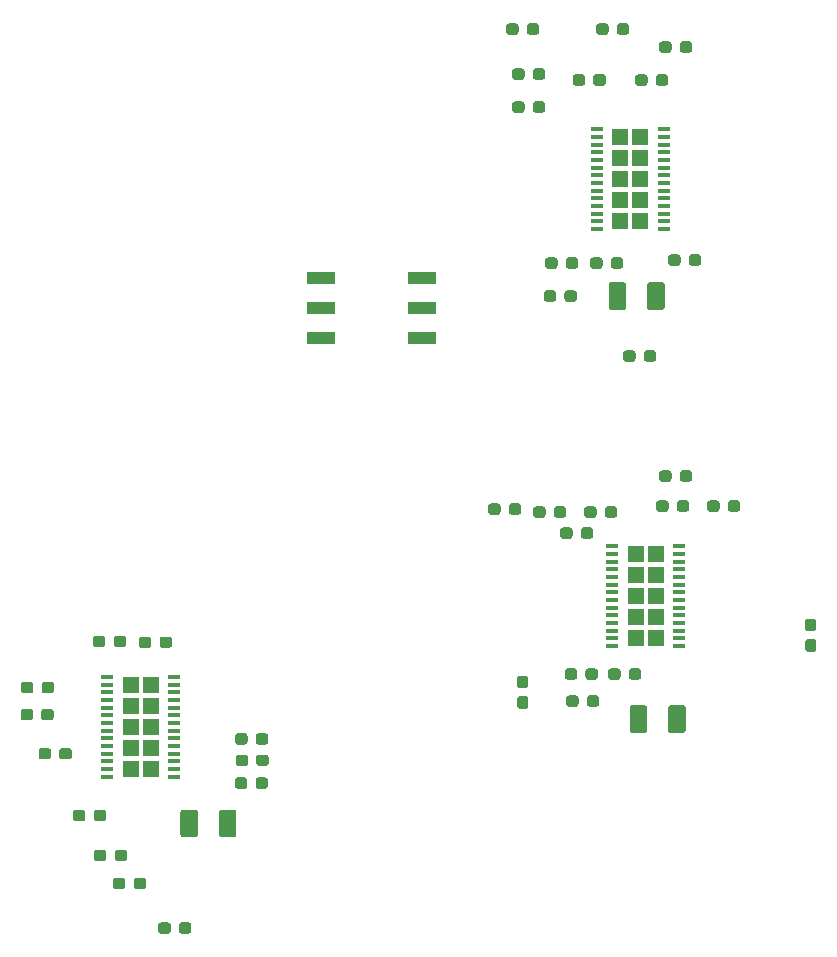
<source format=gbr>
G04 #@! TF.GenerationSoftware,KiCad,Pcbnew,(5.1.5)-3*
G04 #@! TF.CreationDate,2020-03-29T09:55:59+08:00*
G04 #@! TF.ProjectId,Misaka,4d697361-6b61-42e6-9b69-6361645f7063,rev?*
G04 #@! TF.SameCoordinates,Original*
G04 #@! TF.FileFunction,Paste,Bot*
G04 #@! TF.FilePolarity,Positive*
%FSLAX46Y46*%
G04 Gerber Fmt 4.6, Leading zero omitted, Abs format (unit mm)*
G04 Created by KiCad (PCBNEW (5.1.5)-3) date 2020-03-29 09:55:59*
%MOMM*%
%LPD*%
G04 APERTURE LIST*
%ADD10C,0.100000*%
%ADD11R,1.400000X1.400000*%
%ADD12R,1.100000X0.400000*%
%ADD13R,2.440000X1.120000*%
G04 APERTURE END LIST*
D10*
G36*
X41385779Y-98476144D02*
G01*
X41408834Y-98479563D01*
X41431443Y-98485227D01*
X41453387Y-98493079D01*
X41474457Y-98503044D01*
X41494448Y-98515026D01*
X41513168Y-98528910D01*
X41530438Y-98544562D01*
X41546090Y-98561832D01*
X41559974Y-98580552D01*
X41571956Y-98600543D01*
X41581921Y-98621613D01*
X41589773Y-98643557D01*
X41595437Y-98666166D01*
X41598856Y-98689221D01*
X41600000Y-98712500D01*
X41600000Y-99187500D01*
X41598856Y-99210779D01*
X41595437Y-99233834D01*
X41589773Y-99256443D01*
X41581921Y-99278387D01*
X41571956Y-99299457D01*
X41559974Y-99319448D01*
X41546090Y-99338168D01*
X41530438Y-99355438D01*
X41513168Y-99371090D01*
X41494448Y-99384974D01*
X41474457Y-99396956D01*
X41453387Y-99406921D01*
X41431443Y-99414773D01*
X41408834Y-99420437D01*
X41385779Y-99423856D01*
X41362500Y-99425000D01*
X40787500Y-99425000D01*
X40764221Y-99423856D01*
X40741166Y-99420437D01*
X40718557Y-99414773D01*
X40696613Y-99406921D01*
X40675543Y-99396956D01*
X40655552Y-99384974D01*
X40636832Y-99371090D01*
X40619562Y-99355438D01*
X40603910Y-99338168D01*
X40590026Y-99319448D01*
X40578044Y-99299457D01*
X40568079Y-99278387D01*
X40560227Y-99256443D01*
X40554563Y-99233834D01*
X40551144Y-99210779D01*
X40550000Y-99187500D01*
X40550000Y-98712500D01*
X40551144Y-98689221D01*
X40554563Y-98666166D01*
X40560227Y-98643557D01*
X40568079Y-98621613D01*
X40578044Y-98600543D01*
X40590026Y-98580552D01*
X40603910Y-98561832D01*
X40619562Y-98544562D01*
X40636832Y-98528910D01*
X40655552Y-98515026D01*
X40675543Y-98503044D01*
X40696613Y-98493079D01*
X40718557Y-98485227D01*
X40741166Y-98479563D01*
X40764221Y-98476144D01*
X40787500Y-98475000D01*
X41362500Y-98475000D01*
X41385779Y-98476144D01*
G37*
G36*
X43135779Y-98476144D02*
G01*
X43158834Y-98479563D01*
X43181443Y-98485227D01*
X43203387Y-98493079D01*
X43224457Y-98503044D01*
X43244448Y-98515026D01*
X43263168Y-98528910D01*
X43280438Y-98544562D01*
X43296090Y-98561832D01*
X43309974Y-98580552D01*
X43321956Y-98600543D01*
X43331921Y-98621613D01*
X43339773Y-98643557D01*
X43345437Y-98666166D01*
X43348856Y-98689221D01*
X43350000Y-98712500D01*
X43350000Y-99187500D01*
X43348856Y-99210779D01*
X43345437Y-99233834D01*
X43339773Y-99256443D01*
X43331921Y-99278387D01*
X43321956Y-99299457D01*
X43309974Y-99319448D01*
X43296090Y-99338168D01*
X43280438Y-99355438D01*
X43263168Y-99371090D01*
X43244448Y-99384974D01*
X43224457Y-99396956D01*
X43203387Y-99406921D01*
X43181443Y-99414773D01*
X43158834Y-99420437D01*
X43135779Y-99423856D01*
X43112500Y-99425000D01*
X42537500Y-99425000D01*
X42514221Y-99423856D01*
X42491166Y-99420437D01*
X42468557Y-99414773D01*
X42446613Y-99406921D01*
X42425543Y-99396956D01*
X42405552Y-99384974D01*
X42386832Y-99371090D01*
X42369562Y-99355438D01*
X42353910Y-99338168D01*
X42340026Y-99319448D01*
X42328044Y-99299457D01*
X42318079Y-99278387D01*
X42310227Y-99256443D01*
X42304563Y-99233834D01*
X42301144Y-99210779D01*
X42300000Y-99187500D01*
X42300000Y-98712500D01*
X42301144Y-98689221D01*
X42304563Y-98666166D01*
X42310227Y-98643557D01*
X42318079Y-98621613D01*
X42328044Y-98600543D01*
X42340026Y-98580552D01*
X42353910Y-98561832D01*
X42369562Y-98544562D01*
X42386832Y-98528910D01*
X42405552Y-98515026D01*
X42425543Y-98503044D01*
X42446613Y-98493079D01*
X42468557Y-98485227D01*
X42491166Y-98479563D01*
X42514221Y-98476144D01*
X42537500Y-98475000D01*
X43112500Y-98475000D01*
X43135779Y-98476144D01*
G37*
G36*
X95113504Y-94838204D02*
G01*
X95137773Y-94841804D01*
X95161571Y-94847765D01*
X95184671Y-94856030D01*
X95206849Y-94866520D01*
X95227893Y-94879133D01*
X95247598Y-94893747D01*
X95265777Y-94910223D01*
X95282253Y-94928402D01*
X95296867Y-94948107D01*
X95309480Y-94969151D01*
X95319970Y-94991329D01*
X95328235Y-95014429D01*
X95334196Y-95038227D01*
X95337796Y-95062496D01*
X95339000Y-95087000D01*
X95339000Y-96937000D01*
X95337796Y-96961504D01*
X95334196Y-96985773D01*
X95328235Y-97009571D01*
X95319970Y-97032671D01*
X95309480Y-97054849D01*
X95296867Y-97075893D01*
X95282253Y-97095598D01*
X95265777Y-97113777D01*
X95247598Y-97130253D01*
X95227893Y-97144867D01*
X95206849Y-97157480D01*
X95184671Y-97167970D01*
X95161571Y-97176235D01*
X95137773Y-97182196D01*
X95113504Y-97185796D01*
X95089000Y-97187000D01*
X94089000Y-97187000D01*
X94064496Y-97185796D01*
X94040227Y-97182196D01*
X94016429Y-97176235D01*
X93993329Y-97167970D01*
X93971151Y-97157480D01*
X93950107Y-97144867D01*
X93930402Y-97130253D01*
X93912223Y-97113777D01*
X93895747Y-97095598D01*
X93881133Y-97075893D01*
X93868520Y-97054849D01*
X93858030Y-97032671D01*
X93849765Y-97009571D01*
X93843804Y-96985773D01*
X93840204Y-96961504D01*
X93839000Y-96937000D01*
X93839000Y-95087000D01*
X93840204Y-95062496D01*
X93843804Y-95038227D01*
X93849765Y-95014429D01*
X93858030Y-94991329D01*
X93868520Y-94969151D01*
X93881133Y-94948107D01*
X93895747Y-94928402D01*
X93912223Y-94910223D01*
X93930402Y-94893747D01*
X93950107Y-94879133D01*
X93971151Y-94866520D01*
X93993329Y-94856030D01*
X94016429Y-94847765D01*
X94040227Y-94841804D01*
X94064496Y-94838204D01*
X94089000Y-94837000D01*
X95089000Y-94837000D01*
X95113504Y-94838204D01*
G37*
G36*
X91863504Y-94838204D02*
G01*
X91887773Y-94841804D01*
X91911571Y-94847765D01*
X91934671Y-94856030D01*
X91956849Y-94866520D01*
X91977893Y-94879133D01*
X91997598Y-94893747D01*
X92015777Y-94910223D01*
X92032253Y-94928402D01*
X92046867Y-94948107D01*
X92059480Y-94969151D01*
X92069970Y-94991329D01*
X92078235Y-95014429D01*
X92084196Y-95038227D01*
X92087796Y-95062496D01*
X92089000Y-95087000D01*
X92089000Y-96937000D01*
X92087796Y-96961504D01*
X92084196Y-96985773D01*
X92078235Y-97009571D01*
X92069970Y-97032671D01*
X92059480Y-97054849D01*
X92046867Y-97075893D01*
X92032253Y-97095598D01*
X92015777Y-97113777D01*
X91997598Y-97130253D01*
X91977893Y-97144867D01*
X91956849Y-97157480D01*
X91934671Y-97167970D01*
X91911571Y-97176235D01*
X91887773Y-97182196D01*
X91863504Y-97185796D01*
X91839000Y-97187000D01*
X90839000Y-97187000D01*
X90814496Y-97185796D01*
X90790227Y-97182196D01*
X90766429Y-97176235D01*
X90743329Y-97167970D01*
X90721151Y-97157480D01*
X90700107Y-97144867D01*
X90680402Y-97130253D01*
X90662223Y-97113777D01*
X90645747Y-97095598D01*
X90631133Y-97075893D01*
X90618520Y-97054849D01*
X90608030Y-97032671D01*
X90599765Y-97009571D01*
X90593804Y-96985773D01*
X90590204Y-96961504D01*
X90589000Y-96937000D01*
X90589000Y-95087000D01*
X90590204Y-95062496D01*
X90593804Y-95038227D01*
X90599765Y-95014429D01*
X90608030Y-94991329D01*
X90618520Y-94969151D01*
X90631133Y-94948107D01*
X90645747Y-94928402D01*
X90662223Y-94910223D01*
X90680402Y-94893747D01*
X90700107Y-94879133D01*
X90721151Y-94866520D01*
X90743329Y-94856030D01*
X90766429Y-94847765D01*
X90790227Y-94841804D01*
X90814496Y-94838204D01*
X90839000Y-94837000D01*
X91839000Y-94837000D01*
X91863504Y-94838204D01*
G37*
G36*
X93335504Y-59024204D02*
G01*
X93359773Y-59027804D01*
X93383571Y-59033765D01*
X93406671Y-59042030D01*
X93428849Y-59052520D01*
X93449893Y-59065133D01*
X93469598Y-59079747D01*
X93487777Y-59096223D01*
X93504253Y-59114402D01*
X93518867Y-59134107D01*
X93531480Y-59155151D01*
X93541970Y-59177329D01*
X93550235Y-59200429D01*
X93556196Y-59224227D01*
X93559796Y-59248496D01*
X93561000Y-59273000D01*
X93561000Y-61123000D01*
X93559796Y-61147504D01*
X93556196Y-61171773D01*
X93550235Y-61195571D01*
X93541970Y-61218671D01*
X93531480Y-61240849D01*
X93518867Y-61261893D01*
X93504253Y-61281598D01*
X93487777Y-61299777D01*
X93469598Y-61316253D01*
X93449893Y-61330867D01*
X93428849Y-61343480D01*
X93406671Y-61353970D01*
X93383571Y-61362235D01*
X93359773Y-61368196D01*
X93335504Y-61371796D01*
X93311000Y-61373000D01*
X92311000Y-61373000D01*
X92286496Y-61371796D01*
X92262227Y-61368196D01*
X92238429Y-61362235D01*
X92215329Y-61353970D01*
X92193151Y-61343480D01*
X92172107Y-61330867D01*
X92152402Y-61316253D01*
X92134223Y-61299777D01*
X92117747Y-61281598D01*
X92103133Y-61261893D01*
X92090520Y-61240849D01*
X92080030Y-61218671D01*
X92071765Y-61195571D01*
X92065804Y-61171773D01*
X92062204Y-61147504D01*
X92061000Y-61123000D01*
X92061000Y-59273000D01*
X92062204Y-59248496D01*
X92065804Y-59224227D01*
X92071765Y-59200429D01*
X92080030Y-59177329D01*
X92090520Y-59155151D01*
X92103133Y-59134107D01*
X92117747Y-59114402D01*
X92134223Y-59096223D01*
X92152402Y-59079747D01*
X92172107Y-59065133D01*
X92193151Y-59052520D01*
X92215329Y-59042030D01*
X92238429Y-59033765D01*
X92262227Y-59027804D01*
X92286496Y-59024204D01*
X92311000Y-59023000D01*
X93311000Y-59023000D01*
X93335504Y-59024204D01*
G37*
G36*
X90085504Y-59024204D02*
G01*
X90109773Y-59027804D01*
X90133571Y-59033765D01*
X90156671Y-59042030D01*
X90178849Y-59052520D01*
X90199893Y-59065133D01*
X90219598Y-59079747D01*
X90237777Y-59096223D01*
X90254253Y-59114402D01*
X90268867Y-59134107D01*
X90281480Y-59155151D01*
X90291970Y-59177329D01*
X90300235Y-59200429D01*
X90306196Y-59224227D01*
X90309796Y-59248496D01*
X90311000Y-59273000D01*
X90311000Y-61123000D01*
X90309796Y-61147504D01*
X90306196Y-61171773D01*
X90300235Y-61195571D01*
X90291970Y-61218671D01*
X90281480Y-61240849D01*
X90268867Y-61261893D01*
X90254253Y-61281598D01*
X90237777Y-61299777D01*
X90219598Y-61316253D01*
X90199893Y-61330867D01*
X90178849Y-61343480D01*
X90156671Y-61353970D01*
X90133571Y-61362235D01*
X90109773Y-61368196D01*
X90085504Y-61371796D01*
X90061000Y-61373000D01*
X89061000Y-61373000D01*
X89036496Y-61371796D01*
X89012227Y-61368196D01*
X88988429Y-61362235D01*
X88965329Y-61353970D01*
X88943151Y-61343480D01*
X88922107Y-61330867D01*
X88902402Y-61316253D01*
X88884223Y-61299777D01*
X88867747Y-61281598D01*
X88853133Y-61261893D01*
X88840520Y-61240849D01*
X88830030Y-61218671D01*
X88821765Y-61195571D01*
X88815804Y-61171773D01*
X88812204Y-61147504D01*
X88811000Y-61123000D01*
X88811000Y-59273000D01*
X88812204Y-59248496D01*
X88815804Y-59224227D01*
X88821765Y-59200429D01*
X88830030Y-59177329D01*
X88840520Y-59155151D01*
X88853133Y-59134107D01*
X88867747Y-59114402D01*
X88884223Y-59096223D01*
X88902402Y-59079747D01*
X88922107Y-59065133D01*
X88943151Y-59052520D01*
X88965329Y-59042030D01*
X88988429Y-59033765D01*
X89012227Y-59027804D01*
X89036496Y-59024204D01*
X89061000Y-59023000D01*
X90061000Y-59023000D01*
X90085504Y-59024204D01*
G37*
G36*
X57079504Y-103676204D02*
G01*
X57103773Y-103679804D01*
X57127571Y-103685765D01*
X57150671Y-103694030D01*
X57172849Y-103704520D01*
X57193893Y-103717133D01*
X57213598Y-103731747D01*
X57231777Y-103748223D01*
X57248253Y-103766402D01*
X57262867Y-103786107D01*
X57275480Y-103807151D01*
X57285970Y-103829329D01*
X57294235Y-103852429D01*
X57300196Y-103876227D01*
X57303796Y-103900496D01*
X57305000Y-103925000D01*
X57305000Y-105775000D01*
X57303796Y-105799504D01*
X57300196Y-105823773D01*
X57294235Y-105847571D01*
X57285970Y-105870671D01*
X57275480Y-105892849D01*
X57262867Y-105913893D01*
X57248253Y-105933598D01*
X57231777Y-105951777D01*
X57213598Y-105968253D01*
X57193893Y-105982867D01*
X57172849Y-105995480D01*
X57150671Y-106005970D01*
X57127571Y-106014235D01*
X57103773Y-106020196D01*
X57079504Y-106023796D01*
X57055000Y-106025000D01*
X56055000Y-106025000D01*
X56030496Y-106023796D01*
X56006227Y-106020196D01*
X55982429Y-106014235D01*
X55959329Y-106005970D01*
X55937151Y-105995480D01*
X55916107Y-105982867D01*
X55896402Y-105968253D01*
X55878223Y-105951777D01*
X55861747Y-105933598D01*
X55847133Y-105913893D01*
X55834520Y-105892849D01*
X55824030Y-105870671D01*
X55815765Y-105847571D01*
X55809804Y-105823773D01*
X55806204Y-105799504D01*
X55805000Y-105775000D01*
X55805000Y-103925000D01*
X55806204Y-103900496D01*
X55809804Y-103876227D01*
X55815765Y-103852429D01*
X55824030Y-103829329D01*
X55834520Y-103807151D01*
X55847133Y-103786107D01*
X55861747Y-103766402D01*
X55878223Y-103748223D01*
X55896402Y-103731747D01*
X55916107Y-103717133D01*
X55937151Y-103704520D01*
X55959329Y-103694030D01*
X55982429Y-103685765D01*
X56006227Y-103679804D01*
X56030496Y-103676204D01*
X56055000Y-103675000D01*
X57055000Y-103675000D01*
X57079504Y-103676204D01*
G37*
G36*
X53829504Y-103676204D02*
G01*
X53853773Y-103679804D01*
X53877571Y-103685765D01*
X53900671Y-103694030D01*
X53922849Y-103704520D01*
X53943893Y-103717133D01*
X53963598Y-103731747D01*
X53981777Y-103748223D01*
X53998253Y-103766402D01*
X54012867Y-103786107D01*
X54025480Y-103807151D01*
X54035970Y-103829329D01*
X54044235Y-103852429D01*
X54050196Y-103876227D01*
X54053796Y-103900496D01*
X54055000Y-103925000D01*
X54055000Y-105775000D01*
X54053796Y-105799504D01*
X54050196Y-105823773D01*
X54044235Y-105847571D01*
X54035970Y-105870671D01*
X54025480Y-105892849D01*
X54012867Y-105913893D01*
X53998253Y-105933598D01*
X53981777Y-105951777D01*
X53963598Y-105968253D01*
X53943893Y-105982867D01*
X53922849Y-105995480D01*
X53900671Y-106005970D01*
X53877571Y-106014235D01*
X53853773Y-106020196D01*
X53829504Y-106023796D01*
X53805000Y-106025000D01*
X52805000Y-106025000D01*
X52780496Y-106023796D01*
X52756227Y-106020196D01*
X52732429Y-106014235D01*
X52709329Y-106005970D01*
X52687151Y-105995480D01*
X52666107Y-105982867D01*
X52646402Y-105968253D01*
X52628223Y-105951777D01*
X52611747Y-105933598D01*
X52597133Y-105913893D01*
X52584520Y-105892849D01*
X52574030Y-105870671D01*
X52565765Y-105847571D01*
X52559804Y-105823773D01*
X52556204Y-105799504D01*
X52555000Y-105775000D01*
X52555000Y-103925000D01*
X52556204Y-103900496D01*
X52559804Y-103876227D01*
X52565765Y-103852429D01*
X52574030Y-103829329D01*
X52584520Y-103807151D01*
X52597133Y-103786107D01*
X52611747Y-103766402D01*
X52628223Y-103748223D01*
X52646402Y-103731747D01*
X52666107Y-103717133D01*
X52687151Y-103704520D01*
X52709329Y-103694030D01*
X52732429Y-103685765D01*
X52756227Y-103679804D01*
X52780496Y-103676204D01*
X52805000Y-103675000D01*
X53805000Y-103675000D01*
X53829504Y-103676204D01*
G37*
D11*
X91098000Y-82038000D03*
X92798000Y-82038000D03*
X91098000Y-83818000D03*
X92798000Y-83818000D03*
X91098000Y-85598000D03*
X92798000Y-85598000D03*
X91098000Y-87378000D03*
X92798000Y-87378000D03*
X92798000Y-89158000D03*
X91098000Y-89158000D03*
D12*
X94798000Y-89823000D03*
X94798000Y-89173000D03*
X94798000Y-88523000D03*
X94798000Y-87873000D03*
X94798000Y-87223000D03*
X94798000Y-86573000D03*
X94798000Y-85923000D03*
X94798000Y-85273000D03*
X94798000Y-84623000D03*
X94798000Y-83973000D03*
X94798000Y-83323000D03*
X94798000Y-82673000D03*
X94798000Y-82023000D03*
X94798000Y-81373000D03*
X89098000Y-81373000D03*
X89098000Y-82023000D03*
X89098000Y-82673000D03*
X89098000Y-83323000D03*
X89098000Y-83973000D03*
X89098000Y-84623000D03*
X89098000Y-85273000D03*
X89098000Y-85923000D03*
X89098000Y-86573000D03*
X89098000Y-87223000D03*
X89098000Y-87873000D03*
X89098000Y-88523000D03*
X89098000Y-89173000D03*
X89098000Y-89823000D03*
D11*
X89810000Y-46740000D03*
X91510000Y-46740000D03*
X89810000Y-48520000D03*
X91510000Y-48520000D03*
X89810000Y-50300000D03*
X91510000Y-50300000D03*
X89810000Y-52080000D03*
X91510000Y-52080000D03*
X91510000Y-53860000D03*
X89810000Y-53860000D03*
D12*
X93510000Y-54525000D03*
X93510000Y-53875000D03*
X93510000Y-53225000D03*
X93510000Y-52575000D03*
X93510000Y-51925000D03*
X93510000Y-51275000D03*
X93510000Y-50625000D03*
X93510000Y-49975000D03*
X93510000Y-49325000D03*
X93510000Y-48675000D03*
X93510000Y-48025000D03*
X93510000Y-47375000D03*
X93510000Y-46725000D03*
X93510000Y-46075000D03*
X87810000Y-46075000D03*
X87810000Y-46725000D03*
X87810000Y-47375000D03*
X87810000Y-48025000D03*
X87810000Y-48675000D03*
X87810000Y-49325000D03*
X87810000Y-49975000D03*
X87810000Y-50625000D03*
X87810000Y-51275000D03*
X87810000Y-51925000D03*
X87810000Y-52575000D03*
X87810000Y-53225000D03*
X87810000Y-53875000D03*
X87810000Y-54525000D03*
D11*
X48340000Y-93105000D03*
X50040000Y-93105000D03*
X48340000Y-94885000D03*
X50040000Y-94885000D03*
X48340000Y-96665000D03*
X50040000Y-96665000D03*
X48340000Y-98445000D03*
X50040000Y-98445000D03*
X50040000Y-100225000D03*
X48340000Y-100225000D03*
D12*
X52040000Y-100890000D03*
X52040000Y-100240000D03*
X52040000Y-99590000D03*
X52040000Y-98940000D03*
X52040000Y-98290000D03*
X52040000Y-97640000D03*
X52040000Y-96990000D03*
X52040000Y-96340000D03*
X52040000Y-95690000D03*
X52040000Y-95040000D03*
X52040000Y-94390000D03*
X52040000Y-93740000D03*
X52040000Y-93090000D03*
X52040000Y-92440000D03*
X46340000Y-92440000D03*
X46340000Y-93090000D03*
X46340000Y-93740000D03*
X46340000Y-94390000D03*
X46340000Y-95040000D03*
X46340000Y-95690000D03*
X46340000Y-96340000D03*
X46340000Y-96990000D03*
X46340000Y-97640000D03*
X46340000Y-98290000D03*
X46340000Y-98940000D03*
X46340000Y-99590000D03*
X46340000Y-100240000D03*
X46340000Y-100890000D03*
D13*
X73035000Y-63780000D03*
X64425000Y-58700000D03*
X73035000Y-61240000D03*
X64425000Y-61240000D03*
X73035000Y-58700000D03*
X64425000Y-63780000D03*
D10*
G36*
X106178779Y-87501144D02*
G01*
X106201834Y-87504563D01*
X106224443Y-87510227D01*
X106246387Y-87518079D01*
X106267457Y-87528044D01*
X106287448Y-87540026D01*
X106306168Y-87553910D01*
X106323438Y-87569562D01*
X106339090Y-87586832D01*
X106352974Y-87605552D01*
X106364956Y-87625543D01*
X106374921Y-87646613D01*
X106382773Y-87668557D01*
X106388437Y-87691166D01*
X106391856Y-87714221D01*
X106393000Y-87737500D01*
X106393000Y-88312500D01*
X106391856Y-88335779D01*
X106388437Y-88358834D01*
X106382773Y-88381443D01*
X106374921Y-88403387D01*
X106364956Y-88424457D01*
X106352974Y-88444448D01*
X106339090Y-88463168D01*
X106323438Y-88480438D01*
X106306168Y-88496090D01*
X106287448Y-88509974D01*
X106267457Y-88521956D01*
X106246387Y-88531921D01*
X106224443Y-88539773D01*
X106201834Y-88545437D01*
X106178779Y-88548856D01*
X106155500Y-88550000D01*
X105680500Y-88550000D01*
X105657221Y-88548856D01*
X105634166Y-88545437D01*
X105611557Y-88539773D01*
X105589613Y-88531921D01*
X105568543Y-88521956D01*
X105548552Y-88509974D01*
X105529832Y-88496090D01*
X105512562Y-88480438D01*
X105496910Y-88463168D01*
X105483026Y-88444448D01*
X105471044Y-88424457D01*
X105461079Y-88403387D01*
X105453227Y-88381443D01*
X105447563Y-88358834D01*
X105444144Y-88335779D01*
X105443000Y-88312500D01*
X105443000Y-87737500D01*
X105444144Y-87714221D01*
X105447563Y-87691166D01*
X105453227Y-87668557D01*
X105461079Y-87646613D01*
X105471044Y-87625543D01*
X105483026Y-87605552D01*
X105496910Y-87586832D01*
X105512562Y-87569562D01*
X105529832Y-87553910D01*
X105548552Y-87540026D01*
X105568543Y-87528044D01*
X105589613Y-87518079D01*
X105611557Y-87510227D01*
X105634166Y-87504563D01*
X105657221Y-87501144D01*
X105680500Y-87500000D01*
X106155500Y-87500000D01*
X106178779Y-87501144D01*
G37*
G36*
X106178779Y-89251144D02*
G01*
X106201834Y-89254563D01*
X106224443Y-89260227D01*
X106246387Y-89268079D01*
X106267457Y-89278044D01*
X106287448Y-89290026D01*
X106306168Y-89303910D01*
X106323438Y-89319562D01*
X106339090Y-89336832D01*
X106352974Y-89355552D01*
X106364956Y-89375543D01*
X106374921Y-89396613D01*
X106382773Y-89418557D01*
X106388437Y-89441166D01*
X106391856Y-89464221D01*
X106393000Y-89487500D01*
X106393000Y-90062500D01*
X106391856Y-90085779D01*
X106388437Y-90108834D01*
X106382773Y-90131443D01*
X106374921Y-90153387D01*
X106364956Y-90174457D01*
X106352974Y-90194448D01*
X106339090Y-90213168D01*
X106323438Y-90230438D01*
X106306168Y-90246090D01*
X106287448Y-90259974D01*
X106267457Y-90271956D01*
X106246387Y-90281921D01*
X106224443Y-90289773D01*
X106201834Y-90295437D01*
X106178779Y-90298856D01*
X106155500Y-90300000D01*
X105680500Y-90300000D01*
X105657221Y-90298856D01*
X105634166Y-90295437D01*
X105611557Y-90289773D01*
X105589613Y-90281921D01*
X105568543Y-90271956D01*
X105548552Y-90259974D01*
X105529832Y-90246090D01*
X105512562Y-90230438D01*
X105496910Y-90213168D01*
X105483026Y-90194448D01*
X105471044Y-90174457D01*
X105461079Y-90153387D01*
X105453227Y-90131443D01*
X105447563Y-90108834D01*
X105444144Y-90085779D01*
X105443000Y-90062500D01*
X105443000Y-89487500D01*
X105444144Y-89464221D01*
X105447563Y-89441166D01*
X105453227Y-89418557D01*
X105461079Y-89396613D01*
X105471044Y-89375543D01*
X105483026Y-89355552D01*
X105496910Y-89336832D01*
X105512562Y-89319562D01*
X105529832Y-89303910D01*
X105548552Y-89290026D01*
X105568543Y-89278044D01*
X105589613Y-89268079D01*
X105611557Y-89260227D01*
X105634166Y-89254563D01*
X105657221Y-89251144D01*
X105680500Y-89250000D01*
X106155500Y-89250000D01*
X106178779Y-89251144D01*
G37*
G36*
X97987779Y-77504144D02*
G01*
X98010834Y-77507563D01*
X98033443Y-77513227D01*
X98055387Y-77521079D01*
X98076457Y-77531044D01*
X98096448Y-77543026D01*
X98115168Y-77556910D01*
X98132438Y-77572562D01*
X98148090Y-77589832D01*
X98161974Y-77608552D01*
X98173956Y-77628543D01*
X98183921Y-77649613D01*
X98191773Y-77671557D01*
X98197437Y-77694166D01*
X98200856Y-77717221D01*
X98202000Y-77740500D01*
X98202000Y-78215500D01*
X98200856Y-78238779D01*
X98197437Y-78261834D01*
X98191773Y-78284443D01*
X98183921Y-78306387D01*
X98173956Y-78327457D01*
X98161974Y-78347448D01*
X98148090Y-78366168D01*
X98132438Y-78383438D01*
X98115168Y-78399090D01*
X98096448Y-78412974D01*
X98076457Y-78424956D01*
X98055387Y-78434921D01*
X98033443Y-78442773D01*
X98010834Y-78448437D01*
X97987779Y-78451856D01*
X97964500Y-78453000D01*
X97389500Y-78453000D01*
X97366221Y-78451856D01*
X97343166Y-78448437D01*
X97320557Y-78442773D01*
X97298613Y-78434921D01*
X97277543Y-78424956D01*
X97257552Y-78412974D01*
X97238832Y-78399090D01*
X97221562Y-78383438D01*
X97205910Y-78366168D01*
X97192026Y-78347448D01*
X97180044Y-78327457D01*
X97170079Y-78306387D01*
X97162227Y-78284443D01*
X97156563Y-78261834D01*
X97153144Y-78238779D01*
X97152000Y-78215500D01*
X97152000Y-77740500D01*
X97153144Y-77717221D01*
X97156563Y-77694166D01*
X97162227Y-77671557D01*
X97170079Y-77649613D01*
X97180044Y-77628543D01*
X97192026Y-77608552D01*
X97205910Y-77589832D01*
X97221562Y-77572562D01*
X97238832Y-77556910D01*
X97257552Y-77543026D01*
X97277543Y-77531044D01*
X97298613Y-77521079D01*
X97320557Y-77513227D01*
X97343166Y-77507563D01*
X97366221Y-77504144D01*
X97389500Y-77503000D01*
X97964500Y-77503000D01*
X97987779Y-77504144D01*
G37*
G36*
X99737779Y-77504144D02*
G01*
X99760834Y-77507563D01*
X99783443Y-77513227D01*
X99805387Y-77521079D01*
X99826457Y-77531044D01*
X99846448Y-77543026D01*
X99865168Y-77556910D01*
X99882438Y-77572562D01*
X99898090Y-77589832D01*
X99911974Y-77608552D01*
X99923956Y-77628543D01*
X99933921Y-77649613D01*
X99941773Y-77671557D01*
X99947437Y-77694166D01*
X99950856Y-77717221D01*
X99952000Y-77740500D01*
X99952000Y-78215500D01*
X99950856Y-78238779D01*
X99947437Y-78261834D01*
X99941773Y-78284443D01*
X99933921Y-78306387D01*
X99923956Y-78327457D01*
X99911974Y-78347448D01*
X99898090Y-78366168D01*
X99882438Y-78383438D01*
X99865168Y-78399090D01*
X99846448Y-78412974D01*
X99826457Y-78424956D01*
X99805387Y-78434921D01*
X99783443Y-78442773D01*
X99760834Y-78448437D01*
X99737779Y-78451856D01*
X99714500Y-78453000D01*
X99139500Y-78453000D01*
X99116221Y-78451856D01*
X99093166Y-78448437D01*
X99070557Y-78442773D01*
X99048613Y-78434921D01*
X99027543Y-78424956D01*
X99007552Y-78412974D01*
X98988832Y-78399090D01*
X98971562Y-78383438D01*
X98955910Y-78366168D01*
X98942026Y-78347448D01*
X98930044Y-78327457D01*
X98920079Y-78306387D01*
X98912227Y-78284443D01*
X98906563Y-78261834D01*
X98903144Y-78238779D01*
X98902000Y-78215500D01*
X98902000Y-77740500D01*
X98903144Y-77717221D01*
X98906563Y-77694166D01*
X98912227Y-77671557D01*
X98920079Y-77649613D01*
X98930044Y-77628543D01*
X98942026Y-77608552D01*
X98955910Y-77589832D01*
X98971562Y-77572562D01*
X98988832Y-77556910D01*
X99007552Y-77543026D01*
X99027543Y-77531044D01*
X99048613Y-77521079D01*
X99070557Y-77513227D01*
X99093166Y-77507563D01*
X99116221Y-77504144D01*
X99139500Y-77503000D01*
X99714500Y-77503000D01*
X99737779Y-77504144D01*
G37*
G36*
X81195779Y-77758144D02*
G01*
X81218834Y-77761563D01*
X81241443Y-77767227D01*
X81263387Y-77775079D01*
X81284457Y-77785044D01*
X81304448Y-77797026D01*
X81323168Y-77810910D01*
X81340438Y-77826562D01*
X81356090Y-77843832D01*
X81369974Y-77862552D01*
X81381956Y-77882543D01*
X81391921Y-77903613D01*
X81399773Y-77925557D01*
X81405437Y-77948166D01*
X81408856Y-77971221D01*
X81410000Y-77994500D01*
X81410000Y-78469500D01*
X81408856Y-78492779D01*
X81405437Y-78515834D01*
X81399773Y-78538443D01*
X81391921Y-78560387D01*
X81381956Y-78581457D01*
X81369974Y-78601448D01*
X81356090Y-78620168D01*
X81340438Y-78637438D01*
X81323168Y-78653090D01*
X81304448Y-78666974D01*
X81284457Y-78678956D01*
X81263387Y-78688921D01*
X81241443Y-78696773D01*
X81218834Y-78702437D01*
X81195779Y-78705856D01*
X81172500Y-78707000D01*
X80597500Y-78707000D01*
X80574221Y-78705856D01*
X80551166Y-78702437D01*
X80528557Y-78696773D01*
X80506613Y-78688921D01*
X80485543Y-78678956D01*
X80465552Y-78666974D01*
X80446832Y-78653090D01*
X80429562Y-78637438D01*
X80413910Y-78620168D01*
X80400026Y-78601448D01*
X80388044Y-78581457D01*
X80378079Y-78560387D01*
X80370227Y-78538443D01*
X80364563Y-78515834D01*
X80361144Y-78492779D01*
X80360000Y-78469500D01*
X80360000Y-77994500D01*
X80361144Y-77971221D01*
X80364563Y-77948166D01*
X80370227Y-77925557D01*
X80378079Y-77903613D01*
X80388044Y-77882543D01*
X80400026Y-77862552D01*
X80413910Y-77843832D01*
X80429562Y-77826562D01*
X80446832Y-77810910D01*
X80465552Y-77797026D01*
X80485543Y-77785044D01*
X80506613Y-77775079D01*
X80528557Y-77767227D01*
X80551166Y-77761563D01*
X80574221Y-77758144D01*
X80597500Y-77757000D01*
X81172500Y-77757000D01*
X81195779Y-77758144D01*
G37*
G36*
X79445779Y-77758144D02*
G01*
X79468834Y-77761563D01*
X79491443Y-77767227D01*
X79513387Y-77775079D01*
X79534457Y-77785044D01*
X79554448Y-77797026D01*
X79573168Y-77810910D01*
X79590438Y-77826562D01*
X79606090Y-77843832D01*
X79619974Y-77862552D01*
X79631956Y-77882543D01*
X79641921Y-77903613D01*
X79649773Y-77925557D01*
X79655437Y-77948166D01*
X79658856Y-77971221D01*
X79660000Y-77994500D01*
X79660000Y-78469500D01*
X79658856Y-78492779D01*
X79655437Y-78515834D01*
X79649773Y-78538443D01*
X79641921Y-78560387D01*
X79631956Y-78581457D01*
X79619974Y-78601448D01*
X79606090Y-78620168D01*
X79590438Y-78637438D01*
X79573168Y-78653090D01*
X79554448Y-78666974D01*
X79534457Y-78678956D01*
X79513387Y-78688921D01*
X79491443Y-78696773D01*
X79468834Y-78702437D01*
X79445779Y-78705856D01*
X79422500Y-78707000D01*
X78847500Y-78707000D01*
X78824221Y-78705856D01*
X78801166Y-78702437D01*
X78778557Y-78696773D01*
X78756613Y-78688921D01*
X78735543Y-78678956D01*
X78715552Y-78666974D01*
X78696832Y-78653090D01*
X78679562Y-78637438D01*
X78663910Y-78620168D01*
X78650026Y-78601448D01*
X78638044Y-78581457D01*
X78628079Y-78560387D01*
X78620227Y-78538443D01*
X78614563Y-78515834D01*
X78611144Y-78492779D01*
X78610000Y-78469500D01*
X78610000Y-77994500D01*
X78611144Y-77971221D01*
X78614563Y-77948166D01*
X78620227Y-77925557D01*
X78628079Y-77903613D01*
X78638044Y-77882543D01*
X78650026Y-77862552D01*
X78663910Y-77843832D01*
X78679562Y-77826562D01*
X78696832Y-77810910D01*
X78715552Y-77797026D01*
X78735543Y-77785044D01*
X78756613Y-77775079D01*
X78778557Y-77767227D01*
X78801166Y-77761563D01*
X78824221Y-77758144D01*
X78847500Y-77757000D01*
X79422500Y-77757000D01*
X79445779Y-77758144D01*
G37*
G36*
X85005779Y-78012144D02*
G01*
X85028834Y-78015563D01*
X85051443Y-78021227D01*
X85073387Y-78029079D01*
X85094457Y-78039044D01*
X85114448Y-78051026D01*
X85133168Y-78064910D01*
X85150438Y-78080562D01*
X85166090Y-78097832D01*
X85179974Y-78116552D01*
X85191956Y-78136543D01*
X85201921Y-78157613D01*
X85209773Y-78179557D01*
X85215437Y-78202166D01*
X85218856Y-78225221D01*
X85220000Y-78248500D01*
X85220000Y-78723500D01*
X85218856Y-78746779D01*
X85215437Y-78769834D01*
X85209773Y-78792443D01*
X85201921Y-78814387D01*
X85191956Y-78835457D01*
X85179974Y-78855448D01*
X85166090Y-78874168D01*
X85150438Y-78891438D01*
X85133168Y-78907090D01*
X85114448Y-78920974D01*
X85094457Y-78932956D01*
X85073387Y-78942921D01*
X85051443Y-78950773D01*
X85028834Y-78956437D01*
X85005779Y-78959856D01*
X84982500Y-78961000D01*
X84407500Y-78961000D01*
X84384221Y-78959856D01*
X84361166Y-78956437D01*
X84338557Y-78950773D01*
X84316613Y-78942921D01*
X84295543Y-78932956D01*
X84275552Y-78920974D01*
X84256832Y-78907090D01*
X84239562Y-78891438D01*
X84223910Y-78874168D01*
X84210026Y-78855448D01*
X84198044Y-78835457D01*
X84188079Y-78814387D01*
X84180227Y-78792443D01*
X84174563Y-78769834D01*
X84171144Y-78746779D01*
X84170000Y-78723500D01*
X84170000Y-78248500D01*
X84171144Y-78225221D01*
X84174563Y-78202166D01*
X84180227Y-78179557D01*
X84188079Y-78157613D01*
X84198044Y-78136543D01*
X84210026Y-78116552D01*
X84223910Y-78097832D01*
X84239562Y-78080562D01*
X84256832Y-78064910D01*
X84275552Y-78051026D01*
X84295543Y-78039044D01*
X84316613Y-78029079D01*
X84338557Y-78021227D01*
X84361166Y-78015563D01*
X84384221Y-78012144D01*
X84407500Y-78011000D01*
X84982500Y-78011000D01*
X85005779Y-78012144D01*
G37*
G36*
X83255779Y-78012144D02*
G01*
X83278834Y-78015563D01*
X83301443Y-78021227D01*
X83323387Y-78029079D01*
X83344457Y-78039044D01*
X83364448Y-78051026D01*
X83383168Y-78064910D01*
X83400438Y-78080562D01*
X83416090Y-78097832D01*
X83429974Y-78116552D01*
X83441956Y-78136543D01*
X83451921Y-78157613D01*
X83459773Y-78179557D01*
X83465437Y-78202166D01*
X83468856Y-78225221D01*
X83470000Y-78248500D01*
X83470000Y-78723500D01*
X83468856Y-78746779D01*
X83465437Y-78769834D01*
X83459773Y-78792443D01*
X83451921Y-78814387D01*
X83441956Y-78835457D01*
X83429974Y-78855448D01*
X83416090Y-78874168D01*
X83400438Y-78891438D01*
X83383168Y-78907090D01*
X83364448Y-78920974D01*
X83344457Y-78932956D01*
X83323387Y-78942921D01*
X83301443Y-78950773D01*
X83278834Y-78956437D01*
X83255779Y-78959856D01*
X83232500Y-78961000D01*
X82657500Y-78961000D01*
X82634221Y-78959856D01*
X82611166Y-78956437D01*
X82588557Y-78950773D01*
X82566613Y-78942921D01*
X82545543Y-78932956D01*
X82525552Y-78920974D01*
X82506832Y-78907090D01*
X82489562Y-78891438D01*
X82473910Y-78874168D01*
X82460026Y-78855448D01*
X82448044Y-78835457D01*
X82438079Y-78814387D01*
X82430227Y-78792443D01*
X82424563Y-78769834D01*
X82421144Y-78746779D01*
X82420000Y-78723500D01*
X82420000Y-78248500D01*
X82421144Y-78225221D01*
X82424563Y-78202166D01*
X82430227Y-78179557D01*
X82438079Y-78157613D01*
X82448044Y-78136543D01*
X82460026Y-78116552D01*
X82473910Y-78097832D01*
X82489562Y-78080562D01*
X82506832Y-78064910D01*
X82525552Y-78051026D01*
X82545543Y-78039044D01*
X82566613Y-78029079D01*
X82588557Y-78021227D01*
X82611166Y-78015563D01*
X82634221Y-78012144D01*
X82657500Y-78011000D01*
X83232500Y-78011000D01*
X83255779Y-78012144D01*
G37*
G36*
X87799779Y-94014144D02*
G01*
X87822834Y-94017563D01*
X87845443Y-94023227D01*
X87867387Y-94031079D01*
X87888457Y-94041044D01*
X87908448Y-94053026D01*
X87927168Y-94066910D01*
X87944438Y-94082562D01*
X87960090Y-94099832D01*
X87973974Y-94118552D01*
X87985956Y-94138543D01*
X87995921Y-94159613D01*
X88003773Y-94181557D01*
X88009437Y-94204166D01*
X88012856Y-94227221D01*
X88014000Y-94250500D01*
X88014000Y-94725500D01*
X88012856Y-94748779D01*
X88009437Y-94771834D01*
X88003773Y-94794443D01*
X87995921Y-94816387D01*
X87985956Y-94837457D01*
X87973974Y-94857448D01*
X87960090Y-94876168D01*
X87944438Y-94893438D01*
X87927168Y-94909090D01*
X87908448Y-94922974D01*
X87888457Y-94934956D01*
X87867387Y-94944921D01*
X87845443Y-94952773D01*
X87822834Y-94958437D01*
X87799779Y-94961856D01*
X87776500Y-94963000D01*
X87201500Y-94963000D01*
X87178221Y-94961856D01*
X87155166Y-94958437D01*
X87132557Y-94952773D01*
X87110613Y-94944921D01*
X87089543Y-94934956D01*
X87069552Y-94922974D01*
X87050832Y-94909090D01*
X87033562Y-94893438D01*
X87017910Y-94876168D01*
X87004026Y-94857448D01*
X86992044Y-94837457D01*
X86982079Y-94816387D01*
X86974227Y-94794443D01*
X86968563Y-94771834D01*
X86965144Y-94748779D01*
X86964000Y-94725500D01*
X86964000Y-94250500D01*
X86965144Y-94227221D01*
X86968563Y-94204166D01*
X86974227Y-94181557D01*
X86982079Y-94159613D01*
X86992044Y-94138543D01*
X87004026Y-94118552D01*
X87017910Y-94099832D01*
X87033562Y-94082562D01*
X87050832Y-94066910D01*
X87069552Y-94053026D01*
X87089543Y-94041044D01*
X87110613Y-94031079D01*
X87132557Y-94023227D01*
X87155166Y-94017563D01*
X87178221Y-94014144D01*
X87201500Y-94013000D01*
X87776500Y-94013000D01*
X87799779Y-94014144D01*
G37*
G36*
X86049779Y-94014144D02*
G01*
X86072834Y-94017563D01*
X86095443Y-94023227D01*
X86117387Y-94031079D01*
X86138457Y-94041044D01*
X86158448Y-94053026D01*
X86177168Y-94066910D01*
X86194438Y-94082562D01*
X86210090Y-94099832D01*
X86223974Y-94118552D01*
X86235956Y-94138543D01*
X86245921Y-94159613D01*
X86253773Y-94181557D01*
X86259437Y-94204166D01*
X86262856Y-94227221D01*
X86264000Y-94250500D01*
X86264000Y-94725500D01*
X86262856Y-94748779D01*
X86259437Y-94771834D01*
X86253773Y-94794443D01*
X86245921Y-94816387D01*
X86235956Y-94837457D01*
X86223974Y-94857448D01*
X86210090Y-94876168D01*
X86194438Y-94893438D01*
X86177168Y-94909090D01*
X86158448Y-94922974D01*
X86138457Y-94934956D01*
X86117387Y-94944921D01*
X86095443Y-94952773D01*
X86072834Y-94958437D01*
X86049779Y-94961856D01*
X86026500Y-94963000D01*
X85451500Y-94963000D01*
X85428221Y-94961856D01*
X85405166Y-94958437D01*
X85382557Y-94952773D01*
X85360613Y-94944921D01*
X85339543Y-94934956D01*
X85319552Y-94922974D01*
X85300832Y-94909090D01*
X85283562Y-94893438D01*
X85267910Y-94876168D01*
X85254026Y-94857448D01*
X85242044Y-94837457D01*
X85232079Y-94816387D01*
X85224227Y-94794443D01*
X85218563Y-94771834D01*
X85215144Y-94748779D01*
X85214000Y-94725500D01*
X85214000Y-94250500D01*
X85215144Y-94227221D01*
X85218563Y-94204166D01*
X85224227Y-94181557D01*
X85232079Y-94159613D01*
X85242044Y-94138543D01*
X85254026Y-94118552D01*
X85267910Y-94099832D01*
X85283562Y-94082562D01*
X85300832Y-94066910D01*
X85319552Y-94053026D01*
X85339543Y-94041044D01*
X85360613Y-94031079D01*
X85382557Y-94023227D01*
X85405166Y-94017563D01*
X85428221Y-94014144D01*
X85451500Y-94013000D01*
X86026500Y-94013000D01*
X86049779Y-94014144D01*
G37*
G36*
X87291779Y-79790144D02*
G01*
X87314834Y-79793563D01*
X87337443Y-79799227D01*
X87359387Y-79807079D01*
X87380457Y-79817044D01*
X87400448Y-79829026D01*
X87419168Y-79842910D01*
X87436438Y-79858562D01*
X87452090Y-79875832D01*
X87465974Y-79894552D01*
X87477956Y-79914543D01*
X87487921Y-79935613D01*
X87495773Y-79957557D01*
X87501437Y-79980166D01*
X87504856Y-80003221D01*
X87506000Y-80026500D01*
X87506000Y-80501500D01*
X87504856Y-80524779D01*
X87501437Y-80547834D01*
X87495773Y-80570443D01*
X87487921Y-80592387D01*
X87477956Y-80613457D01*
X87465974Y-80633448D01*
X87452090Y-80652168D01*
X87436438Y-80669438D01*
X87419168Y-80685090D01*
X87400448Y-80698974D01*
X87380457Y-80710956D01*
X87359387Y-80720921D01*
X87337443Y-80728773D01*
X87314834Y-80734437D01*
X87291779Y-80737856D01*
X87268500Y-80739000D01*
X86693500Y-80739000D01*
X86670221Y-80737856D01*
X86647166Y-80734437D01*
X86624557Y-80728773D01*
X86602613Y-80720921D01*
X86581543Y-80710956D01*
X86561552Y-80698974D01*
X86542832Y-80685090D01*
X86525562Y-80669438D01*
X86509910Y-80652168D01*
X86496026Y-80633448D01*
X86484044Y-80613457D01*
X86474079Y-80592387D01*
X86466227Y-80570443D01*
X86460563Y-80547834D01*
X86457144Y-80524779D01*
X86456000Y-80501500D01*
X86456000Y-80026500D01*
X86457144Y-80003221D01*
X86460563Y-79980166D01*
X86466227Y-79957557D01*
X86474079Y-79935613D01*
X86484044Y-79914543D01*
X86496026Y-79894552D01*
X86509910Y-79875832D01*
X86525562Y-79858562D01*
X86542832Y-79842910D01*
X86561552Y-79829026D01*
X86581543Y-79817044D01*
X86602613Y-79807079D01*
X86624557Y-79799227D01*
X86647166Y-79793563D01*
X86670221Y-79790144D01*
X86693500Y-79789000D01*
X87268500Y-79789000D01*
X87291779Y-79790144D01*
G37*
G36*
X85541779Y-79790144D02*
G01*
X85564834Y-79793563D01*
X85587443Y-79799227D01*
X85609387Y-79807079D01*
X85630457Y-79817044D01*
X85650448Y-79829026D01*
X85669168Y-79842910D01*
X85686438Y-79858562D01*
X85702090Y-79875832D01*
X85715974Y-79894552D01*
X85727956Y-79914543D01*
X85737921Y-79935613D01*
X85745773Y-79957557D01*
X85751437Y-79980166D01*
X85754856Y-80003221D01*
X85756000Y-80026500D01*
X85756000Y-80501500D01*
X85754856Y-80524779D01*
X85751437Y-80547834D01*
X85745773Y-80570443D01*
X85737921Y-80592387D01*
X85727956Y-80613457D01*
X85715974Y-80633448D01*
X85702090Y-80652168D01*
X85686438Y-80669438D01*
X85669168Y-80685090D01*
X85650448Y-80698974D01*
X85630457Y-80710956D01*
X85609387Y-80720921D01*
X85587443Y-80728773D01*
X85564834Y-80734437D01*
X85541779Y-80737856D01*
X85518500Y-80739000D01*
X84943500Y-80739000D01*
X84920221Y-80737856D01*
X84897166Y-80734437D01*
X84874557Y-80728773D01*
X84852613Y-80720921D01*
X84831543Y-80710956D01*
X84811552Y-80698974D01*
X84792832Y-80685090D01*
X84775562Y-80669438D01*
X84759910Y-80652168D01*
X84746026Y-80633448D01*
X84734044Y-80613457D01*
X84724079Y-80592387D01*
X84716227Y-80570443D01*
X84710563Y-80547834D01*
X84707144Y-80524779D01*
X84706000Y-80501500D01*
X84706000Y-80026500D01*
X84707144Y-80003221D01*
X84710563Y-79980166D01*
X84716227Y-79957557D01*
X84724079Y-79935613D01*
X84734044Y-79914543D01*
X84746026Y-79894552D01*
X84759910Y-79875832D01*
X84775562Y-79858562D01*
X84792832Y-79842910D01*
X84811552Y-79829026D01*
X84831543Y-79817044D01*
X84852613Y-79807079D01*
X84874557Y-79799227D01*
X84897166Y-79793563D01*
X84920221Y-79790144D01*
X84943500Y-79789000D01*
X85518500Y-79789000D01*
X85541779Y-79790144D01*
G37*
G36*
X93923779Y-74964144D02*
G01*
X93946834Y-74967563D01*
X93969443Y-74973227D01*
X93991387Y-74981079D01*
X94012457Y-74991044D01*
X94032448Y-75003026D01*
X94051168Y-75016910D01*
X94068438Y-75032562D01*
X94084090Y-75049832D01*
X94097974Y-75068552D01*
X94109956Y-75088543D01*
X94119921Y-75109613D01*
X94127773Y-75131557D01*
X94133437Y-75154166D01*
X94136856Y-75177221D01*
X94138000Y-75200500D01*
X94138000Y-75675500D01*
X94136856Y-75698779D01*
X94133437Y-75721834D01*
X94127773Y-75744443D01*
X94119921Y-75766387D01*
X94109956Y-75787457D01*
X94097974Y-75807448D01*
X94084090Y-75826168D01*
X94068438Y-75843438D01*
X94051168Y-75859090D01*
X94032448Y-75872974D01*
X94012457Y-75884956D01*
X93991387Y-75894921D01*
X93969443Y-75902773D01*
X93946834Y-75908437D01*
X93923779Y-75911856D01*
X93900500Y-75913000D01*
X93325500Y-75913000D01*
X93302221Y-75911856D01*
X93279166Y-75908437D01*
X93256557Y-75902773D01*
X93234613Y-75894921D01*
X93213543Y-75884956D01*
X93193552Y-75872974D01*
X93174832Y-75859090D01*
X93157562Y-75843438D01*
X93141910Y-75826168D01*
X93128026Y-75807448D01*
X93116044Y-75787457D01*
X93106079Y-75766387D01*
X93098227Y-75744443D01*
X93092563Y-75721834D01*
X93089144Y-75698779D01*
X93088000Y-75675500D01*
X93088000Y-75200500D01*
X93089144Y-75177221D01*
X93092563Y-75154166D01*
X93098227Y-75131557D01*
X93106079Y-75109613D01*
X93116044Y-75088543D01*
X93128026Y-75068552D01*
X93141910Y-75049832D01*
X93157562Y-75032562D01*
X93174832Y-75016910D01*
X93193552Y-75003026D01*
X93213543Y-74991044D01*
X93234613Y-74981079D01*
X93256557Y-74973227D01*
X93279166Y-74967563D01*
X93302221Y-74964144D01*
X93325500Y-74963000D01*
X93900500Y-74963000D01*
X93923779Y-74964144D01*
G37*
G36*
X95673779Y-74964144D02*
G01*
X95696834Y-74967563D01*
X95719443Y-74973227D01*
X95741387Y-74981079D01*
X95762457Y-74991044D01*
X95782448Y-75003026D01*
X95801168Y-75016910D01*
X95818438Y-75032562D01*
X95834090Y-75049832D01*
X95847974Y-75068552D01*
X95859956Y-75088543D01*
X95869921Y-75109613D01*
X95877773Y-75131557D01*
X95883437Y-75154166D01*
X95886856Y-75177221D01*
X95888000Y-75200500D01*
X95888000Y-75675500D01*
X95886856Y-75698779D01*
X95883437Y-75721834D01*
X95877773Y-75744443D01*
X95869921Y-75766387D01*
X95859956Y-75787457D01*
X95847974Y-75807448D01*
X95834090Y-75826168D01*
X95818438Y-75843438D01*
X95801168Y-75859090D01*
X95782448Y-75872974D01*
X95762457Y-75884956D01*
X95741387Y-75894921D01*
X95719443Y-75902773D01*
X95696834Y-75908437D01*
X95673779Y-75911856D01*
X95650500Y-75913000D01*
X95075500Y-75913000D01*
X95052221Y-75911856D01*
X95029166Y-75908437D01*
X95006557Y-75902773D01*
X94984613Y-75894921D01*
X94963543Y-75884956D01*
X94943552Y-75872974D01*
X94924832Y-75859090D01*
X94907562Y-75843438D01*
X94891910Y-75826168D01*
X94878026Y-75807448D01*
X94866044Y-75787457D01*
X94856079Y-75766387D01*
X94848227Y-75744443D01*
X94842563Y-75721834D01*
X94839144Y-75698779D01*
X94838000Y-75675500D01*
X94838000Y-75200500D01*
X94839144Y-75177221D01*
X94842563Y-75154166D01*
X94848227Y-75131557D01*
X94856079Y-75109613D01*
X94866044Y-75088543D01*
X94878026Y-75068552D01*
X94891910Y-75049832D01*
X94907562Y-75032562D01*
X94924832Y-75016910D01*
X94943552Y-75003026D01*
X94963543Y-74991044D01*
X94984613Y-74981079D01*
X95006557Y-74973227D01*
X95029166Y-74967563D01*
X95052221Y-74964144D01*
X95075500Y-74963000D01*
X95650500Y-74963000D01*
X95673779Y-74964144D01*
G37*
G36*
X96435779Y-56676144D02*
G01*
X96458834Y-56679563D01*
X96481443Y-56685227D01*
X96503387Y-56693079D01*
X96524457Y-56703044D01*
X96544448Y-56715026D01*
X96563168Y-56728910D01*
X96580438Y-56744562D01*
X96596090Y-56761832D01*
X96609974Y-56780552D01*
X96621956Y-56800543D01*
X96631921Y-56821613D01*
X96639773Y-56843557D01*
X96645437Y-56866166D01*
X96648856Y-56889221D01*
X96650000Y-56912500D01*
X96650000Y-57387500D01*
X96648856Y-57410779D01*
X96645437Y-57433834D01*
X96639773Y-57456443D01*
X96631921Y-57478387D01*
X96621956Y-57499457D01*
X96609974Y-57519448D01*
X96596090Y-57538168D01*
X96580438Y-57555438D01*
X96563168Y-57571090D01*
X96544448Y-57584974D01*
X96524457Y-57596956D01*
X96503387Y-57606921D01*
X96481443Y-57614773D01*
X96458834Y-57620437D01*
X96435779Y-57623856D01*
X96412500Y-57625000D01*
X95837500Y-57625000D01*
X95814221Y-57623856D01*
X95791166Y-57620437D01*
X95768557Y-57614773D01*
X95746613Y-57606921D01*
X95725543Y-57596956D01*
X95705552Y-57584974D01*
X95686832Y-57571090D01*
X95669562Y-57555438D01*
X95653910Y-57538168D01*
X95640026Y-57519448D01*
X95628044Y-57499457D01*
X95618079Y-57478387D01*
X95610227Y-57456443D01*
X95604563Y-57433834D01*
X95601144Y-57410779D01*
X95600000Y-57387500D01*
X95600000Y-56912500D01*
X95601144Y-56889221D01*
X95604563Y-56866166D01*
X95610227Y-56843557D01*
X95618079Y-56821613D01*
X95628044Y-56800543D01*
X95640026Y-56780552D01*
X95653910Y-56761832D01*
X95669562Y-56744562D01*
X95686832Y-56728910D01*
X95705552Y-56715026D01*
X95725543Y-56703044D01*
X95746613Y-56693079D01*
X95768557Y-56685227D01*
X95791166Y-56679563D01*
X95814221Y-56676144D01*
X95837500Y-56675000D01*
X96412500Y-56675000D01*
X96435779Y-56676144D01*
G37*
G36*
X94685779Y-56676144D02*
G01*
X94708834Y-56679563D01*
X94731443Y-56685227D01*
X94753387Y-56693079D01*
X94774457Y-56703044D01*
X94794448Y-56715026D01*
X94813168Y-56728910D01*
X94830438Y-56744562D01*
X94846090Y-56761832D01*
X94859974Y-56780552D01*
X94871956Y-56800543D01*
X94881921Y-56821613D01*
X94889773Y-56843557D01*
X94895437Y-56866166D01*
X94898856Y-56889221D01*
X94900000Y-56912500D01*
X94900000Y-57387500D01*
X94898856Y-57410779D01*
X94895437Y-57433834D01*
X94889773Y-57456443D01*
X94881921Y-57478387D01*
X94871956Y-57499457D01*
X94859974Y-57519448D01*
X94846090Y-57538168D01*
X94830438Y-57555438D01*
X94813168Y-57571090D01*
X94794448Y-57584974D01*
X94774457Y-57596956D01*
X94753387Y-57606921D01*
X94731443Y-57614773D01*
X94708834Y-57620437D01*
X94685779Y-57623856D01*
X94662500Y-57625000D01*
X94087500Y-57625000D01*
X94064221Y-57623856D01*
X94041166Y-57620437D01*
X94018557Y-57614773D01*
X93996613Y-57606921D01*
X93975543Y-57596956D01*
X93955552Y-57584974D01*
X93936832Y-57571090D01*
X93919562Y-57555438D01*
X93903910Y-57538168D01*
X93890026Y-57519448D01*
X93878044Y-57499457D01*
X93868079Y-57478387D01*
X93860227Y-57456443D01*
X93854563Y-57433834D01*
X93851144Y-57410779D01*
X93850000Y-57387500D01*
X93850000Y-56912500D01*
X93851144Y-56889221D01*
X93854563Y-56866166D01*
X93860227Y-56843557D01*
X93868079Y-56821613D01*
X93878044Y-56800543D01*
X93890026Y-56780552D01*
X93903910Y-56761832D01*
X93919562Y-56744562D01*
X93936832Y-56728910D01*
X93955552Y-56715026D01*
X93975543Y-56703044D01*
X93996613Y-56693079D01*
X94018557Y-56685227D01*
X94041166Y-56679563D01*
X94064221Y-56676144D01*
X94087500Y-56675000D01*
X94662500Y-56675000D01*
X94685779Y-56676144D01*
G37*
G36*
X93923779Y-38642144D02*
G01*
X93946834Y-38645563D01*
X93969443Y-38651227D01*
X93991387Y-38659079D01*
X94012457Y-38669044D01*
X94032448Y-38681026D01*
X94051168Y-38694910D01*
X94068438Y-38710562D01*
X94084090Y-38727832D01*
X94097974Y-38746552D01*
X94109956Y-38766543D01*
X94119921Y-38787613D01*
X94127773Y-38809557D01*
X94133437Y-38832166D01*
X94136856Y-38855221D01*
X94138000Y-38878500D01*
X94138000Y-39353500D01*
X94136856Y-39376779D01*
X94133437Y-39399834D01*
X94127773Y-39422443D01*
X94119921Y-39444387D01*
X94109956Y-39465457D01*
X94097974Y-39485448D01*
X94084090Y-39504168D01*
X94068438Y-39521438D01*
X94051168Y-39537090D01*
X94032448Y-39550974D01*
X94012457Y-39562956D01*
X93991387Y-39572921D01*
X93969443Y-39580773D01*
X93946834Y-39586437D01*
X93923779Y-39589856D01*
X93900500Y-39591000D01*
X93325500Y-39591000D01*
X93302221Y-39589856D01*
X93279166Y-39586437D01*
X93256557Y-39580773D01*
X93234613Y-39572921D01*
X93213543Y-39562956D01*
X93193552Y-39550974D01*
X93174832Y-39537090D01*
X93157562Y-39521438D01*
X93141910Y-39504168D01*
X93128026Y-39485448D01*
X93116044Y-39465457D01*
X93106079Y-39444387D01*
X93098227Y-39422443D01*
X93092563Y-39399834D01*
X93089144Y-39376779D01*
X93088000Y-39353500D01*
X93088000Y-38878500D01*
X93089144Y-38855221D01*
X93092563Y-38832166D01*
X93098227Y-38809557D01*
X93106079Y-38787613D01*
X93116044Y-38766543D01*
X93128026Y-38746552D01*
X93141910Y-38727832D01*
X93157562Y-38710562D01*
X93174832Y-38694910D01*
X93193552Y-38681026D01*
X93213543Y-38669044D01*
X93234613Y-38659079D01*
X93256557Y-38651227D01*
X93279166Y-38645563D01*
X93302221Y-38642144D01*
X93325500Y-38641000D01*
X93900500Y-38641000D01*
X93923779Y-38642144D01*
G37*
G36*
X95673779Y-38642144D02*
G01*
X95696834Y-38645563D01*
X95719443Y-38651227D01*
X95741387Y-38659079D01*
X95762457Y-38669044D01*
X95782448Y-38681026D01*
X95801168Y-38694910D01*
X95818438Y-38710562D01*
X95834090Y-38727832D01*
X95847974Y-38746552D01*
X95859956Y-38766543D01*
X95869921Y-38787613D01*
X95877773Y-38809557D01*
X95883437Y-38832166D01*
X95886856Y-38855221D01*
X95888000Y-38878500D01*
X95888000Y-39353500D01*
X95886856Y-39376779D01*
X95883437Y-39399834D01*
X95877773Y-39422443D01*
X95869921Y-39444387D01*
X95859956Y-39465457D01*
X95847974Y-39485448D01*
X95834090Y-39504168D01*
X95818438Y-39521438D01*
X95801168Y-39537090D01*
X95782448Y-39550974D01*
X95762457Y-39562956D01*
X95741387Y-39572921D01*
X95719443Y-39580773D01*
X95696834Y-39586437D01*
X95673779Y-39589856D01*
X95650500Y-39591000D01*
X95075500Y-39591000D01*
X95052221Y-39589856D01*
X95029166Y-39586437D01*
X95006557Y-39580773D01*
X94984613Y-39572921D01*
X94963543Y-39562956D01*
X94943552Y-39550974D01*
X94924832Y-39537090D01*
X94907562Y-39521438D01*
X94891910Y-39504168D01*
X94878026Y-39485448D01*
X94866044Y-39465457D01*
X94856079Y-39444387D01*
X94848227Y-39422443D01*
X94842563Y-39399834D01*
X94839144Y-39376779D01*
X94838000Y-39353500D01*
X94838000Y-38878500D01*
X94839144Y-38855221D01*
X94842563Y-38832166D01*
X94848227Y-38809557D01*
X94856079Y-38787613D01*
X94866044Y-38766543D01*
X94878026Y-38746552D01*
X94891910Y-38727832D01*
X94907562Y-38710562D01*
X94924832Y-38694910D01*
X94943552Y-38681026D01*
X94963543Y-38669044D01*
X94984613Y-38659079D01*
X95006557Y-38651227D01*
X95029166Y-38645563D01*
X95052221Y-38642144D01*
X95075500Y-38641000D01*
X95650500Y-38641000D01*
X95673779Y-38642144D01*
G37*
G36*
X83227779Y-43722144D02*
G01*
X83250834Y-43725563D01*
X83273443Y-43731227D01*
X83295387Y-43739079D01*
X83316457Y-43749044D01*
X83336448Y-43761026D01*
X83355168Y-43774910D01*
X83372438Y-43790562D01*
X83388090Y-43807832D01*
X83401974Y-43826552D01*
X83413956Y-43846543D01*
X83423921Y-43867613D01*
X83431773Y-43889557D01*
X83437437Y-43912166D01*
X83440856Y-43935221D01*
X83442000Y-43958500D01*
X83442000Y-44433500D01*
X83440856Y-44456779D01*
X83437437Y-44479834D01*
X83431773Y-44502443D01*
X83423921Y-44524387D01*
X83413956Y-44545457D01*
X83401974Y-44565448D01*
X83388090Y-44584168D01*
X83372438Y-44601438D01*
X83355168Y-44617090D01*
X83336448Y-44630974D01*
X83316457Y-44642956D01*
X83295387Y-44652921D01*
X83273443Y-44660773D01*
X83250834Y-44666437D01*
X83227779Y-44669856D01*
X83204500Y-44671000D01*
X82629500Y-44671000D01*
X82606221Y-44669856D01*
X82583166Y-44666437D01*
X82560557Y-44660773D01*
X82538613Y-44652921D01*
X82517543Y-44642956D01*
X82497552Y-44630974D01*
X82478832Y-44617090D01*
X82461562Y-44601438D01*
X82445910Y-44584168D01*
X82432026Y-44565448D01*
X82420044Y-44545457D01*
X82410079Y-44524387D01*
X82402227Y-44502443D01*
X82396563Y-44479834D01*
X82393144Y-44456779D01*
X82392000Y-44433500D01*
X82392000Y-43958500D01*
X82393144Y-43935221D01*
X82396563Y-43912166D01*
X82402227Y-43889557D01*
X82410079Y-43867613D01*
X82420044Y-43846543D01*
X82432026Y-43826552D01*
X82445910Y-43807832D01*
X82461562Y-43790562D01*
X82478832Y-43774910D01*
X82497552Y-43761026D01*
X82517543Y-43749044D01*
X82538613Y-43739079D01*
X82560557Y-43731227D01*
X82583166Y-43725563D01*
X82606221Y-43722144D01*
X82629500Y-43721000D01*
X83204500Y-43721000D01*
X83227779Y-43722144D01*
G37*
G36*
X81477779Y-43722144D02*
G01*
X81500834Y-43725563D01*
X81523443Y-43731227D01*
X81545387Y-43739079D01*
X81566457Y-43749044D01*
X81586448Y-43761026D01*
X81605168Y-43774910D01*
X81622438Y-43790562D01*
X81638090Y-43807832D01*
X81651974Y-43826552D01*
X81663956Y-43846543D01*
X81673921Y-43867613D01*
X81681773Y-43889557D01*
X81687437Y-43912166D01*
X81690856Y-43935221D01*
X81692000Y-43958500D01*
X81692000Y-44433500D01*
X81690856Y-44456779D01*
X81687437Y-44479834D01*
X81681773Y-44502443D01*
X81673921Y-44524387D01*
X81663956Y-44545457D01*
X81651974Y-44565448D01*
X81638090Y-44584168D01*
X81622438Y-44601438D01*
X81605168Y-44617090D01*
X81586448Y-44630974D01*
X81566457Y-44642956D01*
X81545387Y-44652921D01*
X81523443Y-44660773D01*
X81500834Y-44666437D01*
X81477779Y-44669856D01*
X81454500Y-44671000D01*
X80879500Y-44671000D01*
X80856221Y-44669856D01*
X80833166Y-44666437D01*
X80810557Y-44660773D01*
X80788613Y-44652921D01*
X80767543Y-44642956D01*
X80747552Y-44630974D01*
X80728832Y-44617090D01*
X80711562Y-44601438D01*
X80695910Y-44584168D01*
X80682026Y-44565448D01*
X80670044Y-44545457D01*
X80660079Y-44524387D01*
X80652227Y-44502443D01*
X80646563Y-44479834D01*
X80643144Y-44456779D01*
X80642000Y-44433500D01*
X80642000Y-43958500D01*
X80643144Y-43935221D01*
X80646563Y-43912166D01*
X80652227Y-43889557D01*
X80660079Y-43867613D01*
X80670044Y-43846543D01*
X80682026Y-43826552D01*
X80695910Y-43807832D01*
X80711562Y-43790562D01*
X80728832Y-43774910D01*
X80747552Y-43761026D01*
X80767543Y-43749044D01*
X80788613Y-43739079D01*
X80810557Y-43731227D01*
X80833166Y-43725563D01*
X80856221Y-43722144D01*
X80879500Y-43721000D01*
X81454500Y-43721000D01*
X81477779Y-43722144D01*
G37*
G36*
X83227779Y-40928144D02*
G01*
X83250834Y-40931563D01*
X83273443Y-40937227D01*
X83295387Y-40945079D01*
X83316457Y-40955044D01*
X83336448Y-40967026D01*
X83355168Y-40980910D01*
X83372438Y-40996562D01*
X83388090Y-41013832D01*
X83401974Y-41032552D01*
X83413956Y-41052543D01*
X83423921Y-41073613D01*
X83431773Y-41095557D01*
X83437437Y-41118166D01*
X83440856Y-41141221D01*
X83442000Y-41164500D01*
X83442000Y-41639500D01*
X83440856Y-41662779D01*
X83437437Y-41685834D01*
X83431773Y-41708443D01*
X83423921Y-41730387D01*
X83413956Y-41751457D01*
X83401974Y-41771448D01*
X83388090Y-41790168D01*
X83372438Y-41807438D01*
X83355168Y-41823090D01*
X83336448Y-41836974D01*
X83316457Y-41848956D01*
X83295387Y-41858921D01*
X83273443Y-41866773D01*
X83250834Y-41872437D01*
X83227779Y-41875856D01*
X83204500Y-41877000D01*
X82629500Y-41877000D01*
X82606221Y-41875856D01*
X82583166Y-41872437D01*
X82560557Y-41866773D01*
X82538613Y-41858921D01*
X82517543Y-41848956D01*
X82497552Y-41836974D01*
X82478832Y-41823090D01*
X82461562Y-41807438D01*
X82445910Y-41790168D01*
X82432026Y-41771448D01*
X82420044Y-41751457D01*
X82410079Y-41730387D01*
X82402227Y-41708443D01*
X82396563Y-41685834D01*
X82393144Y-41662779D01*
X82392000Y-41639500D01*
X82392000Y-41164500D01*
X82393144Y-41141221D01*
X82396563Y-41118166D01*
X82402227Y-41095557D01*
X82410079Y-41073613D01*
X82420044Y-41052543D01*
X82432026Y-41032552D01*
X82445910Y-41013832D01*
X82461562Y-40996562D01*
X82478832Y-40980910D01*
X82497552Y-40967026D01*
X82517543Y-40955044D01*
X82538613Y-40945079D01*
X82560557Y-40937227D01*
X82583166Y-40931563D01*
X82606221Y-40928144D01*
X82629500Y-40927000D01*
X83204500Y-40927000D01*
X83227779Y-40928144D01*
G37*
G36*
X81477779Y-40928144D02*
G01*
X81500834Y-40931563D01*
X81523443Y-40937227D01*
X81545387Y-40945079D01*
X81566457Y-40955044D01*
X81586448Y-40967026D01*
X81605168Y-40980910D01*
X81622438Y-40996562D01*
X81638090Y-41013832D01*
X81651974Y-41032552D01*
X81663956Y-41052543D01*
X81673921Y-41073613D01*
X81681773Y-41095557D01*
X81687437Y-41118166D01*
X81690856Y-41141221D01*
X81692000Y-41164500D01*
X81692000Y-41639500D01*
X81690856Y-41662779D01*
X81687437Y-41685834D01*
X81681773Y-41708443D01*
X81673921Y-41730387D01*
X81663956Y-41751457D01*
X81651974Y-41771448D01*
X81638090Y-41790168D01*
X81622438Y-41807438D01*
X81605168Y-41823090D01*
X81586448Y-41836974D01*
X81566457Y-41848956D01*
X81545387Y-41858921D01*
X81523443Y-41866773D01*
X81500834Y-41872437D01*
X81477779Y-41875856D01*
X81454500Y-41877000D01*
X80879500Y-41877000D01*
X80856221Y-41875856D01*
X80833166Y-41872437D01*
X80810557Y-41866773D01*
X80788613Y-41858921D01*
X80767543Y-41848956D01*
X80747552Y-41836974D01*
X80728832Y-41823090D01*
X80711562Y-41807438D01*
X80695910Y-41790168D01*
X80682026Y-41771448D01*
X80670044Y-41751457D01*
X80660079Y-41730387D01*
X80652227Y-41708443D01*
X80646563Y-41685834D01*
X80643144Y-41662779D01*
X80642000Y-41639500D01*
X80642000Y-41164500D01*
X80643144Y-41141221D01*
X80646563Y-41118166D01*
X80652227Y-41095557D01*
X80660079Y-41073613D01*
X80670044Y-41052543D01*
X80682026Y-41032552D01*
X80695910Y-41013832D01*
X80711562Y-40996562D01*
X80728832Y-40980910D01*
X80747552Y-40967026D01*
X80767543Y-40955044D01*
X80788613Y-40945079D01*
X80810557Y-40937227D01*
X80833166Y-40931563D01*
X80856221Y-40928144D01*
X80879500Y-40927000D01*
X81454500Y-40927000D01*
X81477779Y-40928144D01*
G37*
G36*
X86021779Y-56930144D02*
G01*
X86044834Y-56933563D01*
X86067443Y-56939227D01*
X86089387Y-56947079D01*
X86110457Y-56957044D01*
X86130448Y-56969026D01*
X86149168Y-56982910D01*
X86166438Y-56998562D01*
X86182090Y-57015832D01*
X86195974Y-57034552D01*
X86207956Y-57054543D01*
X86217921Y-57075613D01*
X86225773Y-57097557D01*
X86231437Y-57120166D01*
X86234856Y-57143221D01*
X86236000Y-57166500D01*
X86236000Y-57641500D01*
X86234856Y-57664779D01*
X86231437Y-57687834D01*
X86225773Y-57710443D01*
X86217921Y-57732387D01*
X86207956Y-57753457D01*
X86195974Y-57773448D01*
X86182090Y-57792168D01*
X86166438Y-57809438D01*
X86149168Y-57825090D01*
X86130448Y-57838974D01*
X86110457Y-57850956D01*
X86089387Y-57860921D01*
X86067443Y-57868773D01*
X86044834Y-57874437D01*
X86021779Y-57877856D01*
X85998500Y-57879000D01*
X85423500Y-57879000D01*
X85400221Y-57877856D01*
X85377166Y-57874437D01*
X85354557Y-57868773D01*
X85332613Y-57860921D01*
X85311543Y-57850956D01*
X85291552Y-57838974D01*
X85272832Y-57825090D01*
X85255562Y-57809438D01*
X85239910Y-57792168D01*
X85226026Y-57773448D01*
X85214044Y-57753457D01*
X85204079Y-57732387D01*
X85196227Y-57710443D01*
X85190563Y-57687834D01*
X85187144Y-57664779D01*
X85186000Y-57641500D01*
X85186000Y-57166500D01*
X85187144Y-57143221D01*
X85190563Y-57120166D01*
X85196227Y-57097557D01*
X85204079Y-57075613D01*
X85214044Y-57054543D01*
X85226026Y-57034552D01*
X85239910Y-57015832D01*
X85255562Y-56998562D01*
X85272832Y-56982910D01*
X85291552Y-56969026D01*
X85311543Y-56957044D01*
X85332613Y-56947079D01*
X85354557Y-56939227D01*
X85377166Y-56933563D01*
X85400221Y-56930144D01*
X85423500Y-56929000D01*
X85998500Y-56929000D01*
X86021779Y-56930144D01*
G37*
G36*
X84271779Y-56930144D02*
G01*
X84294834Y-56933563D01*
X84317443Y-56939227D01*
X84339387Y-56947079D01*
X84360457Y-56957044D01*
X84380448Y-56969026D01*
X84399168Y-56982910D01*
X84416438Y-56998562D01*
X84432090Y-57015832D01*
X84445974Y-57034552D01*
X84457956Y-57054543D01*
X84467921Y-57075613D01*
X84475773Y-57097557D01*
X84481437Y-57120166D01*
X84484856Y-57143221D01*
X84486000Y-57166500D01*
X84486000Y-57641500D01*
X84484856Y-57664779D01*
X84481437Y-57687834D01*
X84475773Y-57710443D01*
X84467921Y-57732387D01*
X84457956Y-57753457D01*
X84445974Y-57773448D01*
X84432090Y-57792168D01*
X84416438Y-57809438D01*
X84399168Y-57825090D01*
X84380448Y-57838974D01*
X84360457Y-57850956D01*
X84339387Y-57860921D01*
X84317443Y-57868773D01*
X84294834Y-57874437D01*
X84271779Y-57877856D01*
X84248500Y-57879000D01*
X83673500Y-57879000D01*
X83650221Y-57877856D01*
X83627166Y-57874437D01*
X83604557Y-57868773D01*
X83582613Y-57860921D01*
X83561543Y-57850956D01*
X83541552Y-57838974D01*
X83522832Y-57825090D01*
X83505562Y-57809438D01*
X83489910Y-57792168D01*
X83476026Y-57773448D01*
X83464044Y-57753457D01*
X83454079Y-57732387D01*
X83446227Y-57710443D01*
X83440563Y-57687834D01*
X83437144Y-57664779D01*
X83436000Y-57641500D01*
X83436000Y-57166500D01*
X83437144Y-57143221D01*
X83440563Y-57120166D01*
X83446227Y-57097557D01*
X83454079Y-57075613D01*
X83464044Y-57054543D01*
X83476026Y-57034552D01*
X83489910Y-57015832D01*
X83505562Y-56998562D01*
X83522832Y-56982910D01*
X83541552Y-56969026D01*
X83561543Y-56957044D01*
X83582613Y-56947079D01*
X83604557Y-56939227D01*
X83627166Y-56933563D01*
X83650221Y-56930144D01*
X83673500Y-56929000D01*
X84248500Y-56929000D01*
X84271779Y-56930144D01*
G37*
G36*
X90339779Y-37118144D02*
G01*
X90362834Y-37121563D01*
X90385443Y-37127227D01*
X90407387Y-37135079D01*
X90428457Y-37145044D01*
X90448448Y-37157026D01*
X90467168Y-37170910D01*
X90484438Y-37186562D01*
X90500090Y-37203832D01*
X90513974Y-37222552D01*
X90525956Y-37242543D01*
X90535921Y-37263613D01*
X90543773Y-37285557D01*
X90549437Y-37308166D01*
X90552856Y-37331221D01*
X90554000Y-37354500D01*
X90554000Y-37829500D01*
X90552856Y-37852779D01*
X90549437Y-37875834D01*
X90543773Y-37898443D01*
X90535921Y-37920387D01*
X90525956Y-37941457D01*
X90513974Y-37961448D01*
X90500090Y-37980168D01*
X90484438Y-37997438D01*
X90467168Y-38013090D01*
X90448448Y-38026974D01*
X90428457Y-38038956D01*
X90407387Y-38048921D01*
X90385443Y-38056773D01*
X90362834Y-38062437D01*
X90339779Y-38065856D01*
X90316500Y-38067000D01*
X89741500Y-38067000D01*
X89718221Y-38065856D01*
X89695166Y-38062437D01*
X89672557Y-38056773D01*
X89650613Y-38048921D01*
X89629543Y-38038956D01*
X89609552Y-38026974D01*
X89590832Y-38013090D01*
X89573562Y-37997438D01*
X89557910Y-37980168D01*
X89544026Y-37961448D01*
X89532044Y-37941457D01*
X89522079Y-37920387D01*
X89514227Y-37898443D01*
X89508563Y-37875834D01*
X89505144Y-37852779D01*
X89504000Y-37829500D01*
X89504000Y-37354500D01*
X89505144Y-37331221D01*
X89508563Y-37308166D01*
X89514227Y-37285557D01*
X89522079Y-37263613D01*
X89532044Y-37242543D01*
X89544026Y-37222552D01*
X89557910Y-37203832D01*
X89573562Y-37186562D01*
X89590832Y-37170910D01*
X89609552Y-37157026D01*
X89629543Y-37145044D01*
X89650613Y-37135079D01*
X89672557Y-37127227D01*
X89695166Y-37121563D01*
X89718221Y-37118144D01*
X89741500Y-37117000D01*
X90316500Y-37117000D01*
X90339779Y-37118144D01*
G37*
G36*
X88589779Y-37118144D02*
G01*
X88612834Y-37121563D01*
X88635443Y-37127227D01*
X88657387Y-37135079D01*
X88678457Y-37145044D01*
X88698448Y-37157026D01*
X88717168Y-37170910D01*
X88734438Y-37186562D01*
X88750090Y-37203832D01*
X88763974Y-37222552D01*
X88775956Y-37242543D01*
X88785921Y-37263613D01*
X88793773Y-37285557D01*
X88799437Y-37308166D01*
X88802856Y-37331221D01*
X88804000Y-37354500D01*
X88804000Y-37829500D01*
X88802856Y-37852779D01*
X88799437Y-37875834D01*
X88793773Y-37898443D01*
X88785921Y-37920387D01*
X88775956Y-37941457D01*
X88763974Y-37961448D01*
X88750090Y-37980168D01*
X88734438Y-37997438D01*
X88717168Y-38013090D01*
X88698448Y-38026974D01*
X88678457Y-38038956D01*
X88657387Y-38048921D01*
X88635443Y-38056773D01*
X88612834Y-38062437D01*
X88589779Y-38065856D01*
X88566500Y-38067000D01*
X87991500Y-38067000D01*
X87968221Y-38065856D01*
X87945166Y-38062437D01*
X87922557Y-38056773D01*
X87900613Y-38048921D01*
X87879543Y-38038956D01*
X87859552Y-38026974D01*
X87840832Y-38013090D01*
X87823562Y-37997438D01*
X87807910Y-37980168D01*
X87794026Y-37961448D01*
X87782044Y-37941457D01*
X87772079Y-37920387D01*
X87764227Y-37898443D01*
X87758563Y-37875834D01*
X87755144Y-37852779D01*
X87754000Y-37829500D01*
X87754000Y-37354500D01*
X87755144Y-37331221D01*
X87758563Y-37308166D01*
X87764227Y-37285557D01*
X87772079Y-37263613D01*
X87782044Y-37242543D01*
X87794026Y-37222552D01*
X87807910Y-37203832D01*
X87823562Y-37186562D01*
X87840832Y-37170910D01*
X87859552Y-37157026D01*
X87879543Y-37145044D01*
X87900613Y-37135079D01*
X87922557Y-37127227D01*
X87945166Y-37121563D01*
X87968221Y-37118144D01*
X87991500Y-37117000D01*
X88566500Y-37117000D01*
X88589779Y-37118144D01*
G37*
G36*
X86600779Y-41426144D02*
G01*
X86623834Y-41429563D01*
X86646443Y-41435227D01*
X86668387Y-41443079D01*
X86689457Y-41453044D01*
X86709448Y-41465026D01*
X86728168Y-41478910D01*
X86745438Y-41494562D01*
X86761090Y-41511832D01*
X86774974Y-41530552D01*
X86786956Y-41550543D01*
X86796921Y-41571613D01*
X86804773Y-41593557D01*
X86810437Y-41616166D01*
X86813856Y-41639221D01*
X86815000Y-41662500D01*
X86815000Y-42137500D01*
X86813856Y-42160779D01*
X86810437Y-42183834D01*
X86804773Y-42206443D01*
X86796921Y-42228387D01*
X86786956Y-42249457D01*
X86774974Y-42269448D01*
X86761090Y-42288168D01*
X86745438Y-42305438D01*
X86728168Y-42321090D01*
X86709448Y-42334974D01*
X86689457Y-42346956D01*
X86668387Y-42356921D01*
X86646443Y-42364773D01*
X86623834Y-42370437D01*
X86600779Y-42373856D01*
X86577500Y-42375000D01*
X86002500Y-42375000D01*
X85979221Y-42373856D01*
X85956166Y-42370437D01*
X85933557Y-42364773D01*
X85911613Y-42356921D01*
X85890543Y-42346956D01*
X85870552Y-42334974D01*
X85851832Y-42321090D01*
X85834562Y-42305438D01*
X85818910Y-42288168D01*
X85805026Y-42269448D01*
X85793044Y-42249457D01*
X85783079Y-42228387D01*
X85775227Y-42206443D01*
X85769563Y-42183834D01*
X85766144Y-42160779D01*
X85765000Y-42137500D01*
X85765000Y-41662500D01*
X85766144Y-41639221D01*
X85769563Y-41616166D01*
X85775227Y-41593557D01*
X85783079Y-41571613D01*
X85793044Y-41550543D01*
X85805026Y-41530552D01*
X85818910Y-41511832D01*
X85834562Y-41494562D01*
X85851832Y-41478910D01*
X85870552Y-41465026D01*
X85890543Y-41453044D01*
X85911613Y-41443079D01*
X85933557Y-41435227D01*
X85956166Y-41429563D01*
X85979221Y-41426144D01*
X86002500Y-41425000D01*
X86577500Y-41425000D01*
X86600779Y-41426144D01*
G37*
G36*
X88350779Y-41426144D02*
G01*
X88373834Y-41429563D01*
X88396443Y-41435227D01*
X88418387Y-41443079D01*
X88439457Y-41453044D01*
X88459448Y-41465026D01*
X88478168Y-41478910D01*
X88495438Y-41494562D01*
X88511090Y-41511832D01*
X88524974Y-41530552D01*
X88536956Y-41550543D01*
X88546921Y-41571613D01*
X88554773Y-41593557D01*
X88560437Y-41616166D01*
X88563856Y-41639221D01*
X88565000Y-41662500D01*
X88565000Y-42137500D01*
X88563856Y-42160779D01*
X88560437Y-42183834D01*
X88554773Y-42206443D01*
X88546921Y-42228387D01*
X88536956Y-42249457D01*
X88524974Y-42269448D01*
X88511090Y-42288168D01*
X88495438Y-42305438D01*
X88478168Y-42321090D01*
X88459448Y-42334974D01*
X88439457Y-42346956D01*
X88418387Y-42356921D01*
X88396443Y-42364773D01*
X88373834Y-42370437D01*
X88350779Y-42373856D01*
X88327500Y-42375000D01*
X87752500Y-42375000D01*
X87729221Y-42373856D01*
X87706166Y-42370437D01*
X87683557Y-42364773D01*
X87661613Y-42356921D01*
X87640543Y-42346956D01*
X87620552Y-42334974D01*
X87601832Y-42321090D01*
X87584562Y-42305438D01*
X87568910Y-42288168D01*
X87555026Y-42269448D01*
X87543044Y-42249457D01*
X87533079Y-42228387D01*
X87525227Y-42206443D01*
X87519563Y-42183834D01*
X87516144Y-42160779D01*
X87515000Y-42137500D01*
X87515000Y-41662500D01*
X87516144Y-41639221D01*
X87519563Y-41616166D01*
X87525227Y-41593557D01*
X87533079Y-41571613D01*
X87543044Y-41550543D01*
X87555026Y-41530552D01*
X87568910Y-41511832D01*
X87584562Y-41494562D01*
X87601832Y-41478910D01*
X87620552Y-41465026D01*
X87640543Y-41453044D01*
X87661613Y-41443079D01*
X87683557Y-41435227D01*
X87706166Y-41429563D01*
X87729221Y-41426144D01*
X87752500Y-41425000D01*
X88327500Y-41425000D01*
X88350779Y-41426144D01*
G37*
G36*
X59815779Y-99026144D02*
G01*
X59838834Y-99029563D01*
X59861443Y-99035227D01*
X59883387Y-99043079D01*
X59904457Y-99053044D01*
X59924448Y-99065026D01*
X59943168Y-99078910D01*
X59960438Y-99094562D01*
X59976090Y-99111832D01*
X59989974Y-99130552D01*
X60001956Y-99150543D01*
X60011921Y-99171613D01*
X60019773Y-99193557D01*
X60025437Y-99216166D01*
X60028856Y-99239221D01*
X60030000Y-99262500D01*
X60030000Y-99737500D01*
X60028856Y-99760779D01*
X60025437Y-99783834D01*
X60019773Y-99806443D01*
X60011921Y-99828387D01*
X60001956Y-99849457D01*
X59989974Y-99869448D01*
X59976090Y-99888168D01*
X59960438Y-99905438D01*
X59943168Y-99921090D01*
X59924448Y-99934974D01*
X59904457Y-99946956D01*
X59883387Y-99956921D01*
X59861443Y-99964773D01*
X59838834Y-99970437D01*
X59815779Y-99973856D01*
X59792500Y-99975000D01*
X59217500Y-99975000D01*
X59194221Y-99973856D01*
X59171166Y-99970437D01*
X59148557Y-99964773D01*
X59126613Y-99956921D01*
X59105543Y-99946956D01*
X59085552Y-99934974D01*
X59066832Y-99921090D01*
X59049562Y-99905438D01*
X59033910Y-99888168D01*
X59020026Y-99869448D01*
X59008044Y-99849457D01*
X58998079Y-99828387D01*
X58990227Y-99806443D01*
X58984563Y-99783834D01*
X58981144Y-99760779D01*
X58980000Y-99737500D01*
X58980000Y-99262500D01*
X58981144Y-99239221D01*
X58984563Y-99216166D01*
X58990227Y-99193557D01*
X58998079Y-99171613D01*
X59008044Y-99150543D01*
X59020026Y-99130552D01*
X59033910Y-99111832D01*
X59049562Y-99094562D01*
X59066832Y-99078910D01*
X59085552Y-99065026D01*
X59105543Y-99053044D01*
X59126613Y-99043079D01*
X59148557Y-99035227D01*
X59171166Y-99029563D01*
X59194221Y-99026144D01*
X59217500Y-99025000D01*
X59792500Y-99025000D01*
X59815779Y-99026144D01*
G37*
G36*
X58065779Y-99026144D02*
G01*
X58088834Y-99029563D01*
X58111443Y-99035227D01*
X58133387Y-99043079D01*
X58154457Y-99053044D01*
X58174448Y-99065026D01*
X58193168Y-99078910D01*
X58210438Y-99094562D01*
X58226090Y-99111832D01*
X58239974Y-99130552D01*
X58251956Y-99150543D01*
X58261921Y-99171613D01*
X58269773Y-99193557D01*
X58275437Y-99216166D01*
X58278856Y-99239221D01*
X58280000Y-99262500D01*
X58280000Y-99737500D01*
X58278856Y-99760779D01*
X58275437Y-99783834D01*
X58269773Y-99806443D01*
X58261921Y-99828387D01*
X58251956Y-99849457D01*
X58239974Y-99869448D01*
X58226090Y-99888168D01*
X58210438Y-99905438D01*
X58193168Y-99921090D01*
X58174448Y-99934974D01*
X58154457Y-99946956D01*
X58133387Y-99956921D01*
X58111443Y-99964773D01*
X58088834Y-99970437D01*
X58065779Y-99973856D01*
X58042500Y-99975000D01*
X57467500Y-99975000D01*
X57444221Y-99973856D01*
X57421166Y-99970437D01*
X57398557Y-99964773D01*
X57376613Y-99956921D01*
X57355543Y-99946956D01*
X57335552Y-99934974D01*
X57316832Y-99921090D01*
X57299562Y-99905438D01*
X57283910Y-99888168D01*
X57270026Y-99869448D01*
X57258044Y-99849457D01*
X57248079Y-99828387D01*
X57240227Y-99806443D01*
X57234563Y-99783834D01*
X57231144Y-99760779D01*
X57230000Y-99737500D01*
X57230000Y-99262500D01*
X57231144Y-99239221D01*
X57234563Y-99216166D01*
X57240227Y-99193557D01*
X57248079Y-99171613D01*
X57258044Y-99150543D01*
X57270026Y-99130552D01*
X57283910Y-99111832D01*
X57299562Y-99094562D01*
X57316832Y-99078910D01*
X57335552Y-99065026D01*
X57355543Y-99053044D01*
X57376613Y-99043079D01*
X57398557Y-99035227D01*
X57421166Y-99029563D01*
X57444221Y-99026144D01*
X57467500Y-99025000D01*
X58042500Y-99025000D01*
X58065779Y-99026144D01*
G37*
G36*
X59775779Y-97216144D02*
G01*
X59798834Y-97219563D01*
X59821443Y-97225227D01*
X59843387Y-97233079D01*
X59864457Y-97243044D01*
X59884448Y-97255026D01*
X59903168Y-97268910D01*
X59920438Y-97284562D01*
X59936090Y-97301832D01*
X59949974Y-97320552D01*
X59961956Y-97340543D01*
X59971921Y-97361613D01*
X59979773Y-97383557D01*
X59985437Y-97406166D01*
X59988856Y-97429221D01*
X59990000Y-97452500D01*
X59990000Y-97927500D01*
X59988856Y-97950779D01*
X59985437Y-97973834D01*
X59979773Y-97996443D01*
X59971921Y-98018387D01*
X59961956Y-98039457D01*
X59949974Y-98059448D01*
X59936090Y-98078168D01*
X59920438Y-98095438D01*
X59903168Y-98111090D01*
X59884448Y-98124974D01*
X59864457Y-98136956D01*
X59843387Y-98146921D01*
X59821443Y-98154773D01*
X59798834Y-98160437D01*
X59775779Y-98163856D01*
X59752500Y-98165000D01*
X59177500Y-98165000D01*
X59154221Y-98163856D01*
X59131166Y-98160437D01*
X59108557Y-98154773D01*
X59086613Y-98146921D01*
X59065543Y-98136956D01*
X59045552Y-98124974D01*
X59026832Y-98111090D01*
X59009562Y-98095438D01*
X58993910Y-98078168D01*
X58980026Y-98059448D01*
X58968044Y-98039457D01*
X58958079Y-98018387D01*
X58950227Y-97996443D01*
X58944563Y-97973834D01*
X58941144Y-97950779D01*
X58940000Y-97927500D01*
X58940000Y-97452500D01*
X58941144Y-97429221D01*
X58944563Y-97406166D01*
X58950227Y-97383557D01*
X58958079Y-97361613D01*
X58968044Y-97340543D01*
X58980026Y-97320552D01*
X58993910Y-97301832D01*
X59009562Y-97284562D01*
X59026832Y-97268910D01*
X59045552Y-97255026D01*
X59065543Y-97243044D01*
X59086613Y-97233079D01*
X59108557Y-97225227D01*
X59131166Y-97219563D01*
X59154221Y-97216144D01*
X59177500Y-97215000D01*
X59752500Y-97215000D01*
X59775779Y-97216144D01*
G37*
G36*
X58025779Y-97216144D02*
G01*
X58048834Y-97219563D01*
X58071443Y-97225227D01*
X58093387Y-97233079D01*
X58114457Y-97243044D01*
X58134448Y-97255026D01*
X58153168Y-97268910D01*
X58170438Y-97284562D01*
X58186090Y-97301832D01*
X58199974Y-97320552D01*
X58211956Y-97340543D01*
X58221921Y-97361613D01*
X58229773Y-97383557D01*
X58235437Y-97406166D01*
X58238856Y-97429221D01*
X58240000Y-97452500D01*
X58240000Y-97927500D01*
X58238856Y-97950779D01*
X58235437Y-97973834D01*
X58229773Y-97996443D01*
X58221921Y-98018387D01*
X58211956Y-98039457D01*
X58199974Y-98059448D01*
X58186090Y-98078168D01*
X58170438Y-98095438D01*
X58153168Y-98111090D01*
X58134448Y-98124974D01*
X58114457Y-98136956D01*
X58093387Y-98146921D01*
X58071443Y-98154773D01*
X58048834Y-98160437D01*
X58025779Y-98163856D01*
X58002500Y-98165000D01*
X57427500Y-98165000D01*
X57404221Y-98163856D01*
X57381166Y-98160437D01*
X57358557Y-98154773D01*
X57336613Y-98146921D01*
X57315543Y-98136956D01*
X57295552Y-98124974D01*
X57276832Y-98111090D01*
X57259562Y-98095438D01*
X57243910Y-98078168D01*
X57230026Y-98059448D01*
X57218044Y-98039457D01*
X57208079Y-98018387D01*
X57200227Y-97996443D01*
X57194563Y-97973834D01*
X57191144Y-97950779D01*
X57190000Y-97927500D01*
X57190000Y-97452500D01*
X57191144Y-97429221D01*
X57194563Y-97406166D01*
X57200227Y-97383557D01*
X57208079Y-97361613D01*
X57218044Y-97340543D01*
X57230026Y-97320552D01*
X57243910Y-97301832D01*
X57259562Y-97284562D01*
X57276832Y-97268910D01*
X57295552Y-97255026D01*
X57315543Y-97243044D01*
X57336613Y-97233079D01*
X57358557Y-97225227D01*
X57381166Y-97219563D01*
X57404221Y-97216144D01*
X57427500Y-97215000D01*
X58002500Y-97215000D01*
X58025779Y-97216144D01*
G37*
G36*
X39855779Y-95156144D02*
G01*
X39878834Y-95159563D01*
X39901443Y-95165227D01*
X39923387Y-95173079D01*
X39944457Y-95183044D01*
X39964448Y-95195026D01*
X39983168Y-95208910D01*
X40000438Y-95224562D01*
X40016090Y-95241832D01*
X40029974Y-95260552D01*
X40041956Y-95280543D01*
X40051921Y-95301613D01*
X40059773Y-95323557D01*
X40065437Y-95346166D01*
X40068856Y-95369221D01*
X40070000Y-95392500D01*
X40070000Y-95867500D01*
X40068856Y-95890779D01*
X40065437Y-95913834D01*
X40059773Y-95936443D01*
X40051921Y-95958387D01*
X40041956Y-95979457D01*
X40029974Y-95999448D01*
X40016090Y-96018168D01*
X40000438Y-96035438D01*
X39983168Y-96051090D01*
X39964448Y-96064974D01*
X39944457Y-96076956D01*
X39923387Y-96086921D01*
X39901443Y-96094773D01*
X39878834Y-96100437D01*
X39855779Y-96103856D01*
X39832500Y-96105000D01*
X39257500Y-96105000D01*
X39234221Y-96103856D01*
X39211166Y-96100437D01*
X39188557Y-96094773D01*
X39166613Y-96086921D01*
X39145543Y-96076956D01*
X39125552Y-96064974D01*
X39106832Y-96051090D01*
X39089562Y-96035438D01*
X39073910Y-96018168D01*
X39060026Y-95999448D01*
X39048044Y-95979457D01*
X39038079Y-95958387D01*
X39030227Y-95936443D01*
X39024563Y-95913834D01*
X39021144Y-95890779D01*
X39020000Y-95867500D01*
X39020000Y-95392500D01*
X39021144Y-95369221D01*
X39024563Y-95346166D01*
X39030227Y-95323557D01*
X39038079Y-95301613D01*
X39048044Y-95280543D01*
X39060026Y-95260552D01*
X39073910Y-95241832D01*
X39089562Y-95224562D01*
X39106832Y-95208910D01*
X39125552Y-95195026D01*
X39145543Y-95183044D01*
X39166613Y-95173079D01*
X39188557Y-95165227D01*
X39211166Y-95159563D01*
X39234221Y-95156144D01*
X39257500Y-95155000D01*
X39832500Y-95155000D01*
X39855779Y-95156144D01*
G37*
G36*
X41605779Y-95156144D02*
G01*
X41628834Y-95159563D01*
X41651443Y-95165227D01*
X41673387Y-95173079D01*
X41694457Y-95183044D01*
X41714448Y-95195026D01*
X41733168Y-95208910D01*
X41750438Y-95224562D01*
X41766090Y-95241832D01*
X41779974Y-95260552D01*
X41791956Y-95280543D01*
X41801921Y-95301613D01*
X41809773Y-95323557D01*
X41815437Y-95346166D01*
X41818856Y-95369221D01*
X41820000Y-95392500D01*
X41820000Y-95867500D01*
X41818856Y-95890779D01*
X41815437Y-95913834D01*
X41809773Y-95936443D01*
X41801921Y-95958387D01*
X41791956Y-95979457D01*
X41779974Y-95999448D01*
X41766090Y-96018168D01*
X41750438Y-96035438D01*
X41733168Y-96051090D01*
X41714448Y-96064974D01*
X41694457Y-96076956D01*
X41673387Y-96086921D01*
X41651443Y-96094773D01*
X41628834Y-96100437D01*
X41605779Y-96103856D01*
X41582500Y-96105000D01*
X41007500Y-96105000D01*
X40984221Y-96103856D01*
X40961166Y-96100437D01*
X40938557Y-96094773D01*
X40916613Y-96086921D01*
X40895543Y-96076956D01*
X40875552Y-96064974D01*
X40856832Y-96051090D01*
X40839562Y-96035438D01*
X40823910Y-96018168D01*
X40810026Y-95999448D01*
X40798044Y-95979457D01*
X40788079Y-95958387D01*
X40780227Y-95936443D01*
X40774563Y-95913834D01*
X40771144Y-95890779D01*
X40770000Y-95867500D01*
X40770000Y-95392500D01*
X40771144Y-95369221D01*
X40774563Y-95346166D01*
X40780227Y-95323557D01*
X40788079Y-95301613D01*
X40798044Y-95280543D01*
X40810026Y-95260552D01*
X40823910Y-95241832D01*
X40839562Y-95224562D01*
X40856832Y-95208910D01*
X40875552Y-95195026D01*
X40895543Y-95183044D01*
X40916613Y-95173079D01*
X40938557Y-95165227D01*
X40961166Y-95159563D01*
X40984221Y-95156144D01*
X41007500Y-95155000D01*
X41582500Y-95155000D01*
X41605779Y-95156144D01*
G37*
G36*
X39895779Y-92876144D02*
G01*
X39918834Y-92879563D01*
X39941443Y-92885227D01*
X39963387Y-92893079D01*
X39984457Y-92903044D01*
X40004448Y-92915026D01*
X40023168Y-92928910D01*
X40040438Y-92944562D01*
X40056090Y-92961832D01*
X40069974Y-92980552D01*
X40081956Y-93000543D01*
X40091921Y-93021613D01*
X40099773Y-93043557D01*
X40105437Y-93066166D01*
X40108856Y-93089221D01*
X40110000Y-93112500D01*
X40110000Y-93587500D01*
X40108856Y-93610779D01*
X40105437Y-93633834D01*
X40099773Y-93656443D01*
X40091921Y-93678387D01*
X40081956Y-93699457D01*
X40069974Y-93719448D01*
X40056090Y-93738168D01*
X40040438Y-93755438D01*
X40023168Y-93771090D01*
X40004448Y-93784974D01*
X39984457Y-93796956D01*
X39963387Y-93806921D01*
X39941443Y-93814773D01*
X39918834Y-93820437D01*
X39895779Y-93823856D01*
X39872500Y-93825000D01*
X39297500Y-93825000D01*
X39274221Y-93823856D01*
X39251166Y-93820437D01*
X39228557Y-93814773D01*
X39206613Y-93806921D01*
X39185543Y-93796956D01*
X39165552Y-93784974D01*
X39146832Y-93771090D01*
X39129562Y-93755438D01*
X39113910Y-93738168D01*
X39100026Y-93719448D01*
X39088044Y-93699457D01*
X39078079Y-93678387D01*
X39070227Y-93656443D01*
X39064563Y-93633834D01*
X39061144Y-93610779D01*
X39060000Y-93587500D01*
X39060000Y-93112500D01*
X39061144Y-93089221D01*
X39064563Y-93066166D01*
X39070227Y-93043557D01*
X39078079Y-93021613D01*
X39088044Y-93000543D01*
X39100026Y-92980552D01*
X39113910Y-92961832D01*
X39129562Y-92944562D01*
X39146832Y-92928910D01*
X39165552Y-92915026D01*
X39185543Y-92903044D01*
X39206613Y-92893079D01*
X39228557Y-92885227D01*
X39251166Y-92879563D01*
X39274221Y-92876144D01*
X39297500Y-92875000D01*
X39872500Y-92875000D01*
X39895779Y-92876144D01*
G37*
G36*
X41645779Y-92876144D02*
G01*
X41668834Y-92879563D01*
X41691443Y-92885227D01*
X41713387Y-92893079D01*
X41734457Y-92903044D01*
X41754448Y-92915026D01*
X41773168Y-92928910D01*
X41790438Y-92944562D01*
X41806090Y-92961832D01*
X41819974Y-92980552D01*
X41831956Y-93000543D01*
X41841921Y-93021613D01*
X41849773Y-93043557D01*
X41855437Y-93066166D01*
X41858856Y-93089221D01*
X41860000Y-93112500D01*
X41860000Y-93587500D01*
X41858856Y-93610779D01*
X41855437Y-93633834D01*
X41849773Y-93656443D01*
X41841921Y-93678387D01*
X41831956Y-93699457D01*
X41819974Y-93719448D01*
X41806090Y-93738168D01*
X41790438Y-93755438D01*
X41773168Y-93771090D01*
X41754448Y-93784974D01*
X41734457Y-93796956D01*
X41713387Y-93806921D01*
X41691443Y-93814773D01*
X41668834Y-93820437D01*
X41645779Y-93823856D01*
X41622500Y-93825000D01*
X41047500Y-93825000D01*
X41024221Y-93823856D01*
X41001166Y-93820437D01*
X40978557Y-93814773D01*
X40956613Y-93806921D01*
X40935543Y-93796956D01*
X40915552Y-93784974D01*
X40896832Y-93771090D01*
X40879562Y-93755438D01*
X40863910Y-93738168D01*
X40850026Y-93719448D01*
X40838044Y-93699457D01*
X40828079Y-93678387D01*
X40820227Y-93656443D01*
X40814563Y-93633834D01*
X40811144Y-93610779D01*
X40810000Y-93587500D01*
X40810000Y-93112500D01*
X40811144Y-93089221D01*
X40814563Y-93066166D01*
X40820227Y-93043557D01*
X40828079Y-93021613D01*
X40838044Y-93000543D01*
X40850026Y-92980552D01*
X40863910Y-92961832D01*
X40879562Y-92944562D01*
X40896832Y-92928910D01*
X40915552Y-92915026D01*
X40935543Y-92903044D01*
X40956613Y-92893079D01*
X40978557Y-92885227D01*
X41001166Y-92879563D01*
X41024221Y-92876144D01*
X41047500Y-92875000D01*
X41622500Y-92875000D01*
X41645779Y-92876144D01*
G37*
G36*
X49875779Y-89026144D02*
G01*
X49898834Y-89029563D01*
X49921443Y-89035227D01*
X49943387Y-89043079D01*
X49964457Y-89053044D01*
X49984448Y-89065026D01*
X50003168Y-89078910D01*
X50020438Y-89094562D01*
X50036090Y-89111832D01*
X50049974Y-89130552D01*
X50061956Y-89150543D01*
X50071921Y-89171613D01*
X50079773Y-89193557D01*
X50085437Y-89216166D01*
X50088856Y-89239221D01*
X50090000Y-89262500D01*
X50090000Y-89737500D01*
X50088856Y-89760779D01*
X50085437Y-89783834D01*
X50079773Y-89806443D01*
X50071921Y-89828387D01*
X50061956Y-89849457D01*
X50049974Y-89869448D01*
X50036090Y-89888168D01*
X50020438Y-89905438D01*
X50003168Y-89921090D01*
X49984448Y-89934974D01*
X49964457Y-89946956D01*
X49943387Y-89956921D01*
X49921443Y-89964773D01*
X49898834Y-89970437D01*
X49875779Y-89973856D01*
X49852500Y-89975000D01*
X49277500Y-89975000D01*
X49254221Y-89973856D01*
X49231166Y-89970437D01*
X49208557Y-89964773D01*
X49186613Y-89956921D01*
X49165543Y-89946956D01*
X49145552Y-89934974D01*
X49126832Y-89921090D01*
X49109562Y-89905438D01*
X49093910Y-89888168D01*
X49080026Y-89869448D01*
X49068044Y-89849457D01*
X49058079Y-89828387D01*
X49050227Y-89806443D01*
X49044563Y-89783834D01*
X49041144Y-89760779D01*
X49040000Y-89737500D01*
X49040000Y-89262500D01*
X49041144Y-89239221D01*
X49044563Y-89216166D01*
X49050227Y-89193557D01*
X49058079Y-89171613D01*
X49068044Y-89150543D01*
X49080026Y-89130552D01*
X49093910Y-89111832D01*
X49109562Y-89094562D01*
X49126832Y-89078910D01*
X49145552Y-89065026D01*
X49165543Y-89053044D01*
X49186613Y-89043079D01*
X49208557Y-89035227D01*
X49231166Y-89029563D01*
X49254221Y-89026144D01*
X49277500Y-89025000D01*
X49852500Y-89025000D01*
X49875779Y-89026144D01*
G37*
G36*
X51625779Y-89026144D02*
G01*
X51648834Y-89029563D01*
X51671443Y-89035227D01*
X51693387Y-89043079D01*
X51714457Y-89053044D01*
X51734448Y-89065026D01*
X51753168Y-89078910D01*
X51770438Y-89094562D01*
X51786090Y-89111832D01*
X51799974Y-89130552D01*
X51811956Y-89150543D01*
X51821921Y-89171613D01*
X51829773Y-89193557D01*
X51835437Y-89216166D01*
X51838856Y-89239221D01*
X51840000Y-89262500D01*
X51840000Y-89737500D01*
X51838856Y-89760779D01*
X51835437Y-89783834D01*
X51829773Y-89806443D01*
X51821921Y-89828387D01*
X51811956Y-89849457D01*
X51799974Y-89869448D01*
X51786090Y-89888168D01*
X51770438Y-89905438D01*
X51753168Y-89921090D01*
X51734448Y-89934974D01*
X51714457Y-89946956D01*
X51693387Y-89956921D01*
X51671443Y-89964773D01*
X51648834Y-89970437D01*
X51625779Y-89973856D01*
X51602500Y-89975000D01*
X51027500Y-89975000D01*
X51004221Y-89973856D01*
X50981166Y-89970437D01*
X50958557Y-89964773D01*
X50936613Y-89956921D01*
X50915543Y-89946956D01*
X50895552Y-89934974D01*
X50876832Y-89921090D01*
X50859562Y-89905438D01*
X50843910Y-89888168D01*
X50830026Y-89869448D01*
X50818044Y-89849457D01*
X50808079Y-89828387D01*
X50800227Y-89806443D01*
X50794563Y-89783834D01*
X50791144Y-89760779D01*
X50790000Y-89737500D01*
X50790000Y-89262500D01*
X50791144Y-89239221D01*
X50794563Y-89216166D01*
X50800227Y-89193557D01*
X50808079Y-89171613D01*
X50818044Y-89150543D01*
X50830026Y-89130552D01*
X50843910Y-89111832D01*
X50859562Y-89094562D01*
X50876832Y-89078910D01*
X50895552Y-89065026D01*
X50915543Y-89053044D01*
X50936613Y-89043079D01*
X50958557Y-89035227D01*
X50981166Y-89029563D01*
X51004221Y-89026144D01*
X51027500Y-89025000D01*
X51602500Y-89025000D01*
X51625779Y-89026144D01*
G37*
G36*
X49435779Y-109456144D02*
G01*
X49458834Y-109459563D01*
X49481443Y-109465227D01*
X49503387Y-109473079D01*
X49524457Y-109483044D01*
X49544448Y-109495026D01*
X49563168Y-109508910D01*
X49580438Y-109524562D01*
X49596090Y-109541832D01*
X49609974Y-109560552D01*
X49621956Y-109580543D01*
X49631921Y-109601613D01*
X49639773Y-109623557D01*
X49645437Y-109646166D01*
X49648856Y-109669221D01*
X49650000Y-109692500D01*
X49650000Y-110167500D01*
X49648856Y-110190779D01*
X49645437Y-110213834D01*
X49639773Y-110236443D01*
X49631921Y-110258387D01*
X49621956Y-110279457D01*
X49609974Y-110299448D01*
X49596090Y-110318168D01*
X49580438Y-110335438D01*
X49563168Y-110351090D01*
X49544448Y-110364974D01*
X49524457Y-110376956D01*
X49503387Y-110386921D01*
X49481443Y-110394773D01*
X49458834Y-110400437D01*
X49435779Y-110403856D01*
X49412500Y-110405000D01*
X48837500Y-110405000D01*
X48814221Y-110403856D01*
X48791166Y-110400437D01*
X48768557Y-110394773D01*
X48746613Y-110386921D01*
X48725543Y-110376956D01*
X48705552Y-110364974D01*
X48686832Y-110351090D01*
X48669562Y-110335438D01*
X48653910Y-110318168D01*
X48640026Y-110299448D01*
X48628044Y-110279457D01*
X48618079Y-110258387D01*
X48610227Y-110236443D01*
X48604563Y-110213834D01*
X48601144Y-110190779D01*
X48600000Y-110167500D01*
X48600000Y-109692500D01*
X48601144Y-109669221D01*
X48604563Y-109646166D01*
X48610227Y-109623557D01*
X48618079Y-109601613D01*
X48628044Y-109580543D01*
X48640026Y-109560552D01*
X48653910Y-109541832D01*
X48669562Y-109524562D01*
X48686832Y-109508910D01*
X48705552Y-109495026D01*
X48725543Y-109483044D01*
X48746613Y-109473079D01*
X48768557Y-109465227D01*
X48791166Y-109459563D01*
X48814221Y-109456144D01*
X48837500Y-109455000D01*
X49412500Y-109455000D01*
X49435779Y-109456144D01*
G37*
G36*
X47685779Y-109456144D02*
G01*
X47708834Y-109459563D01*
X47731443Y-109465227D01*
X47753387Y-109473079D01*
X47774457Y-109483044D01*
X47794448Y-109495026D01*
X47813168Y-109508910D01*
X47830438Y-109524562D01*
X47846090Y-109541832D01*
X47859974Y-109560552D01*
X47871956Y-109580543D01*
X47881921Y-109601613D01*
X47889773Y-109623557D01*
X47895437Y-109646166D01*
X47898856Y-109669221D01*
X47900000Y-109692500D01*
X47900000Y-110167500D01*
X47898856Y-110190779D01*
X47895437Y-110213834D01*
X47889773Y-110236443D01*
X47881921Y-110258387D01*
X47871956Y-110279457D01*
X47859974Y-110299448D01*
X47846090Y-110318168D01*
X47830438Y-110335438D01*
X47813168Y-110351090D01*
X47794448Y-110364974D01*
X47774457Y-110376956D01*
X47753387Y-110386921D01*
X47731443Y-110394773D01*
X47708834Y-110400437D01*
X47685779Y-110403856D01*
X47662500Y-110405000D01*
X47087500Y-110405000D01*
X47064221Y-110403856D01*
X47041166Y-110400437D01*
X47018557Y-110394773D01*
X46996613Y-110386921D01*
X46975543Y-110376956D01*
X46955552Y-110364974D01*
X46936832Y-110351090D01*
X46919562Y-110335438D01*
X46903910Y-110318168D01*
X46890026Y-110299448D01*
X46878044Y-110279457D01*
X46868079Y-110258387D01*
X46860227Y-110236443D01*
X46854563Y-110213834D01*
X46851144Y-110190779D01*
X46850000Y-110167500D01*
X46850000Y-109692500D01*
X46851144Y-109669221D01*
X46854563Y-109646166D01*
X46860227Y-109623557D01*
X46868079Y-109601613D01*
X46878044Y-109580543D01*
X46890026Y-109560552D01*
X46903910Y-109541832D01*
X46919562Y-109524562D01*
X46936832Y-109508910D01*
X46955552Y-109495026D01*
X46975543Y-109483044D01*
X46996613Y-109473079D01*
X47018557Y-109465227D01*
X47041166Y-109459563D01*
X47064221Y-109456144D01*
X47087500Y-109455000D01*
X47662500Y-109455000D01*
X47685779Y-109456144D01*
G37*
G36*
X81794779Y-92327144D02*
G01*
X81817834Y-92330563D01*
X81840443Y-92336227D01*
X81862387Y-92344079D01*
X81883457Y-92354044D01*
X81903448Y-92366026D01*
X81922168Y-92379910D01*
X81939438Y-92395562D01*
X81955090Y-92412832D01*
X81968974Y-92431552D01*
X81980956Y-92451543D01*
X81990921Y-92472613D01*
X81998773Y-92494557D01*
X82004437Y-92517166D01*
X82007856Y-92540221D01*
X82009000Y-92563500D01*
X82009000Y-93138500D01*
X82007856Y-93161779D01*
X82004437Y-93184834D01*
X81998773Y-93207443D01*
X81990921Y-93229387D01*
X81980956Y-93250457D01*
X81968974Y-93270448D01*
X81955090Y-93289168D01*
X81939438Y-93306438D01*
X81922168Y-93322090D01*
X81903448Y-93335974D01*
X81883457Y-93347956D01*
X81862387Y-93357921D01*
X81840443Y-93365773D01*
X81817834Y-93371437D01*
X81794779Y-93374856D01*
X81771500Y-93376000D01*
X81296500Y-93376000D01*
X81273221Y-93374856D01*
X81250166Y-93371437D01*
X81227557Y-93365773D01*
X81205613Y-93357921D01*
X81184543Y-93347956D01*
X81164552Y-93335974D01*
X81145832Y-93322090D01*
X81128562Y-93306438D01*
X81112910Y-93289168D01*
X81099026Y-93270448D01*
X81087044Y-93250457D01*
X81077079Y-93229387D01*
X81069227Y-93207443D01*
X81063563Y-93184834D01*
X81060144Y-93161779D01*
X81059000Y-93138500D01*
X81059000Y-92563500D01*
X81060144Y-92540221D01*
X81063563Y-92517166D01*
X81069227Y-92494557D01*
X81077079Y-92472613D01*
X81087044Y-92451543D01*
X81099026Y-92431552D01*
X81112910Y-92412832D01*
X81128562Y-92395562D01*
X81145832Y-92379910D01*
X81164552Y-92366026D01*
X81184543Y-92354044D01*
X81205613Y-92344079D01*
X81227557Y-92336227D01*
X81250166Y-92330563D01*
X81273221Y-92327144D01*
X81296500Y-92326000D01*
X81771500Y-92326000D01*
X81794779Y-92327144D01*
G37*
G36*
X81794779Y-94077144D02*
G01*
X81817834Y-94080563D01*
X81840443Y-94086227D01*
X81862387Y-94094079D01*
X81883457Y-94104044D01*
X81903448Y-94116026D01*
X81922168Y-94129910D01*
X81939438Y-94145562D01*
X81955090Y-94162832D01*
X81968974Y-94181552D01*
X81980956Y-94201543D01*
X81990921Y-94222613D01*
X81998773Y-94244557D01*
X82004437Y-94267166D01*
X82007856Y-94290221D01*
X82009000Y-94313500D01*
X82009000Y-94888500D01*
X82007856Y-94911779D01*
X82004437Y-94934834D01*
X81998773Y-94957443D01*
X81990921Y-94979387D01*
X81980956Y-95000457D01*
X81968974Y-95020448D01*
X81955090Y-95039168D01*
X81939438Y-95056438D01*
X81922168Y-95072090D01*
X81903448Y-95085974D01*
X81883457Y-95097956D01*
X81862387Y-95107921D01*
X81840443Y-95115773D01*
X81817834Y-95121437D01*
X81794779Y-95124856D01*
X81771500Y-95126000D01*
X81296500Y-95126000D01*
X81273221Y-95124856D01*
X81250166Y-95121437D01*
X81227557Y-95115773D01*
X81205613Y-95107921D01*
X81184543Y-95097956D01*
X81164552Y-95085974D01*
X81145832Y-95072090D01*
X81128562Y-95056438D01*
X81112910Y-95039168D01*
X81099026Y-95020448D01*
X81087044Y-95000457D01*
X81077079Y-94979387D01*
X81069227Y-94957443D01*
X81063563Y-94934834D01*
X81060144Y-94911779D01*
X81059000Y-94888500D01*
X81059000Y-94313500D01*
X81060144Y-94290221D01*
X81063563Y-94267166D01*
X81069227Y-94244557D01*
X81077079Y-94222613D01*
X81087044Y-94201543D01*
X81099026Y-94181552D01*
X81112910Y-94162832D01*
X81128562Y-94145562D01*
X81145832Y-94129910D01*
X81164552Y-94116026D01*
X81184543Y-94104044D01*
X81205613Y-94094079D01*
X81227557Y-94086227D01*
X81250166Y-94080563D01*
X81273221Y-94077144D01*
X81296500Y-94076000D01*
X81771500Y-94076000D01*
X81794779Y-94077144D01*
G37*
G36*
X82719779Y-37118144D02*
G01*
X82742834Y-37121563D01*
X82765443Y-37127227D01*
X82787387Y-37135079D01*
X82808457Y-37145044D01*
X82828448Y-37157026D01*
X82847168Y-37170910D01*
X82864438Y-37186562D01*
X82880090Y-37203832D01*
X82893974Y-37222552D01*
X82905956Y-37242543D01*
X82915921Y-37263613D01*
X82923773Y-37285557D01*
X82929437Y-37308166D01*
X82932856Y-37331221D01*
X82934000Y-37354500D01*
X82934000Y-37829500D01*
X82932856Y-37852779D01*
X82929437Y-37875834D01*
X82923773Y-37898443D01*
X82915921Y-37920387D01*
X82905956Y-37941457D01*
X82893974Y-37961448D01*
X82880090Y-37980168D01*
X82864438Y-37997438D01*
X82847168Y-38013090D01*
X82828448Y-38026974D01*
X82808457Y-38038956D01*
X82787387Y-38048921D01*
X82765443Y-38056773D01*
X82742834Y-38062437D01*
X82719779Y-38065856D01*
X82696500Y-38067000D01*
X82121500Y-38067000D01*
X82098221Y-38065856D01*
X82075166Y-38062437D01*
X82052557Y-38056773D01*
X82030613Y-38048921D01*
X82009543Y-38038956D01*
X81989552Y-38026974D01*
X81970832Y-38013090D01*
X81953562Y-37997438D01*
X81937910Y-37980168D01*
X81924026Y-37961448D01*
X81912044Y-37941457D01*
X81902079Y-37920387D01*
X81894227Y-37898443D01*
X81888563Y-37875834D01*
X81885144Y-37852779D01*
X81884000Y-37829500D01*
X81884000Y-37354500D01*
X81885144Y-37331221D01*
X81888563Y-37308166D01*
X81894227Y-37285557D01*
X81902079Y-37263613D01*
X81912044Y-37242543D01*
X81924026Y-37222552D01*
X81937910Y-37203832D01*
X81953562Y-37186562D01*
X81970832Y-37170910D01*
X81989552Y-37157026D01*
X82009543Y-37145044D01*
X82030613Y-37135079D01*
X82052557Y-37127227D01*
X82075166Y-37121563D01*
X82098221Y-37118144D01*
X82121500Y-37117000D01*
X82696500Y-37117000D01*
X82719779Y-37118144D01*
G37*
G36*
X80969779Y-37118144D02*
G01*
X80992834Y-37121563D01*
X81015443Y-37127227D01*
X81037387Y-37135079D01*
X81058457Y-37145044D01*
X81078448Y-37157026D01*
X81097168Y-37170910D01*
X81114438Y-37186562D01*
X81130090Y-37203832D01*
X81143974Y-37222552D01*
X81155956Y-37242543D01*
X81165921Y-37263613D01*
X81173773Y-37285557D01*
X81179437Y-37308166D01*
X81182856Y-37331221D01*
X81184000Y-37354500D01*
X81184000Y-37829500D01*
X81182856Y-37852779D01*
X81179437Y-37875834D01*
X81173773Y-37898443D01*
X81165921Y-37920387D01*
X81155956Y-37941457D01*
X81143974Y-37961448D01*
X81130090Y-37980168D01*
X81114438Y-37997438D01*
X81097168Y-38013090D01*
X81078448Y-38026974D01*
X81058457Y-38038956D01*
X81037387Y-38048921D01*
X81015443Y-38056773D01*
X80992834Y-38062437D01*
X80969779Y-38065856D01*
X80946500Y-38067000D01*
X80371500Y-38067000D01*
X80348221Y-38065856D01*
X80325166Y-38062437D01*
X80302557Y-38056773D01*
X80280613Y-38048921D01*
X80259543Y-38038956D01*
X80239552Y-38026974D01*
X80220832Y-38013090D01*
X80203562Y-37997438D01*
X80187910Y-37980168D01*
X80174026Y-37961448D01*
X80162044Y-37941457D01*
X80152079Y-37920387D01*
X80144227Y-37898443D01*
X80138563Y-37875834D01*
X80135144Y-37852779D01*
X80134000Y-37829500D01*
X80134000Y-37354500D01*
X80135144Y-37331221D01*
X80138563Y-37308166D01*
X80144227Y-37285557D01*
X80152079Y-37263613D01*
X80162044Y-37242543D01*
X80174026Y-37222552D01*
X80187910Y-37203832D01*
X80203562Y-37186562D01*
X80220832Y-37170910D01*
X80239552Y-37157026D01*
X80259543Y-37145044D01*
X80280613Y-37135079D01*
X80302557Y-37127227D01*
X80325166Y-37121563D01*
X80348221Y-37118144D01*
X80371500Y-37117000D01*
X80946500Y-37117000D01*
X80969779Y-37118144D01*
G37*
G36*
X45990779Y-88966144D02*
G01*
X46013834Y-88969563D01*
X46036443Y-88975227D01*
X46058387Y-88983079D01*
X46079457Y-88993044D01*
X46099448Y-89005026D01*
X46118168Y-89018910D01*
X46135438Y-89034562D01*
X46151090Y-89051832D01*
X46164974Y-89070552D01*
X46176956Y-89090543D01*
X46186921Y-89111613D01*
X46194773Y-89133557D01*
X46200437Y-89156166D01*
X46203856Y-89179221D01*
X46205000Y-89202500D01*
X46205000Y-89677500D01*
X46203856Y-89700779D01*
X46200437Y-89723834D01*
X46194773Y-89746443D01*
X46186921Y-89768387D01*
X46176956Y-89789457D01*
X46164974Y-89809448D01*
X46151090Y-89828168D01*
X46135438Y-89845438D01*
X46118168Y-89861090D01*
X46099448Y-89874974D01*
X46079457Y-89886956D01*
X46058387Y-89896921D01*
X46036443Y-89904773D01*
X46013834Y-89910437D01*
X45990779Y-89913856D01*
X45967500Y-89915000D01*
X45392500Y-89915000D01*
X45369221Y-89913856D01*
X45346166Y-89910437D01*
X45323557Y-89904773D01*
X45301613Y-89896921D01*
X45280543Y-89886956D01*
X45260552Y-89874974D01*
X45241832Y-89861090D01*
X45224562Y-89845438D01*
X45208910Y-89828168D01*
X45195026Y-89809448D01*
X45183044Y-89789457D01*
X45173079Y-89768387D01*
X45165227Y-89746443D01*
X45159563Y-89723834D01*
X45156144Y-89700779D01*
X45155000Y-89677500D01*
X45155000Y-89202500D01*
X45156144Y-89179221D01*
X45159563Y-89156166D01*
X45165227Y-89133557D01*
X45173079Y-89111613D01*
X45183044Y-89090543D01*
X45195026Y-89070552D01*
X45208910Y-89051832D01*
X45224562Y-89034562D01*
X45241832Y-89018910D01*
X45260552Y-89005026D01*
X45280543Y-88993044D01*
X45301613Y-88983079D01*
X45323557Y-88975227D01*
X45346166Y-88969563D01*
X45369221Y-88966144D01*
X45392500Y-88965000D01*
X45967500Y-88965000D01*
X45990779Y-88966144D01*
G37*
G36*
X47740779Y-88966144D02*
G01*
X47763834Y-88969563D01*
X47786443Y-88975227D01*
X47808387Y-88983079D01*
X47829457Y-88993044D01*
X47849448Y-89005026D01*
X47868168Y-89018910D01*
X47885438Y-89034562D01*
X47901090Y-89051832D01*
X47914974Y-89070552D01*
X47926956Y-89090543D01*
X47936921Y-89111613D01*
X47944773Y-89133557D01*
X47950437Y-89156166D01*
X47953856Y-89179221D01*
X47955000Y-89202500D01*
X47955000Y-89677500D01*
X47953856Y-89700779D01*
X47950437Y-89723834D01*
X47944773Y-89746443D01*
X47936921Y-89768387D01*
X47926956Y-89789457D01*
X47914974Y-89809448D01*
X47901090Y-89828168D01*
X47885438Y-89845438D01*
X47868168Y-89861090D01*
X47849448Y-89874974D01*
X47829457Y-89886956D01*
X47808387Y-89896921D01*
X47786443Y-89904773D01*
X47763834Y-89910437D01*
X47740779Y-89913856D01*
X47717500Y-89915000D01*
X47142500Y-89915000D01*
X47119221Y-89913856D01*
X47096166Y-89910437D01*
X47073557Y-89904773D01*
X47051613Y-89896921D01*
X47030543Y-89886956D01*
X47010552Y-89874974D01*
X46991832Y-89861090D01*
X46974562Y-89845438D01*
X46958910Y-89828168D01*
X46945026Y-89809448D01*
X46933044Y-89789457D01*
X46923079Y-89768387D01*
X46915227Y-89746443D01*
X46909563Y-89723834D01*
X46906144Y-89700779D01*
X46905000Y-89677500D01*
X46905000Y-89202500D01*
X46906144Y-89179221D01*
X46909563Y-89156166D01*
X46915227Y-89133557D01*
X46923079Y-89111613D01*
X46933044Y-89090543D01*
X46945026Y-89070552D01*
X46958910Y-89051832D01*
X46974562Y-89034562D01*
X46991832Y-89018910D01*
X47010552Y-89005026D01*
X47030543Y-88993044D01*
X47051613Y-88983079D01*
X47073557Y-88975227D01*
X47096166Y-88969563D01*
X47119221Y-88966144D01*
X47142500Y-88965000D01*
X47717500Y-88965000D01*
X47740779Y-88966144D01*
G37*
G36*
X87573779Y-78012144D02*
G01*
X87596834Y-78015563D01*
X87619443Y-78021227D01*
X87641387Y-78029079D01*
X87662457Y-78039044D01*
X87682448Y-78051026D01*
X87701168Y-78064910D01*
X87718438Y-78080562D01*
X87734090Y-78097832D01*
X87747974Y-78116552D01*
X87759956Y-78136543D01*
X87769921Y-78157613D01*
X87777773Y-78179557D01*
X87783437Y-78202166D01*
X87786856Y-78225221D01*
X87788000Y-78248500D01*
X87788000Y-78723500D01*
X87786856Y-78746779D01*
X87783437Y-78769834D01*
X87777773Y-78792443D01*
X87769921Y-78814387D01*
X87759956Y-78835457D01*
X87747974Y-78855448D01*
X87734090Y-78874168D01*
X87718438Y-78891438D01*
X87701168Y-78907090D01*
X87682448Y-78920974D01*
X87662457Y-78932956D01*
X87641387Y-78942921D01*
X87619443Y-78950773D01*
X87596834Y-78956437D01*
X87573779Y-78959856D01*
X87550500Y-78961000D01*
X86975500Y-78961000D01*
X86952221Y-78959856D01*
X86929166Y-78956437D01*
X86906557Y-78950773D01*
X86884613Y-78942921D01*
X86863543Y-78932956D01*
X86843552Y-78920974D01*
X86824832Y-78907090D01*
X86807562Y-78891438D01*
X86791910Y-78874168D01*
X86778026Y-78855448D01*
X86766044Y-78835457D01*
X86756079Y-78814387D01*
X86748227Y-78792443D01*
X86742563Y-78769834D01*
X86739144Y-78746779D01*
X86738000Y-78723500D01*
X86738000Y-78248500D01*
X86739144Y-78225221D01*
X86742563Y-78202166D01*
X86748227Y-78179557D01*
X86756079Y-78157613D01*
X86766044Y-78136543D01*
X86778026Y-78116552D01*
X86791910Y-78097832D01*
X86807562Y-78080562D01*
X86824832Y-78064910D01*
X86843552Y-78051026D01*
X86863543Y-78039044D01*
X86884613Y-78029079D01*
X86906557Y-78021227D01*
X86929166Y-78015563D01*
X86952221Y-78012144D01*
X86975500Y-78011000D01*
X87550500Y-78011000D01*
X87573779Y-78012144D01*
G37*
G36*
X89323779Y-78012144D02*
G01*
X89346834Y-78015563D01*
X89369443Y-78021227D01*
X89391387Y-78029079D01*
X89412457Y-78039044D01*
X89432448Y-78051026D01*
X89451168Y-78064910D01*
X89468438Y-78080562D01*
X89484090Y-78097832D01*
X89497974Y-78116552D01*
X89509956Y-78136543D01*
X89519921Y-78157613D01*
X89527773Y-78179557D01*
X89533437Y-78202166D01*
X89536856Y-78225221D01*
X89538000Y-78248500D01*
X89538000Y-78723500D01*
X89536856Y-78746779D01*
X89533437Y-78769834D01*
X89527773Y-78792443D01*
X89519921Y-78814387D01*
X89509956Y-78835457D01*
X89497974Y-78855448D01*
X89484090Y-78874168D01*
X89468438Y-78891438D01*
X89451168Y-78907090D01*
X89432448Y-78920974D01*
X89412457Y-78932956D01*
X89391387Y-78942921D01*
X89369443Y-78950773D01*
X89346834Y-78956437D01*
X89323779Y-78959856D01*
X89300500Y-78961000D01*
X88725500Y-78961000D01*
X88702221Y-78959856D01*
X88679166Y-78956437D01*
X88656557Y-78950773D01*
X88634613Y-78942921D01*
X88613543Y-78932956D01*
X88593552Y-78920974D01*
X88574832Y-78907090D01*
X88557562Y-78891438D01*
X88541910Y-78874168D01*
X88528026Y-78855448D01*
X88516044Y-78835457D01*
X88506079Y-78814387D01*
X88498227Y-78792443D01*
X88492563Y-78769834D01*
X88489144Y-78746779D01*
X88488000Y-78723500D01*
X88488000Y-78248500D01*
X88489144Y-78225221D01*
X88492563Y-78202166D01*
X88498227Y-78179557D01*
X88506079Y-78157613D01*
X88516044Y-78136543D01*
X88528026Y-78116552D01*
X88541910Y-78097832D01*
X88557562Y-78080562D01*
X88574832Y-78064910D01*
X88593552Y-78051026D01*
X88613543Y-78039044D01*
X88634613Y-78029079D01*
X88656557Y-78021227D01*
X88679166Y-78015563D01*
X88702221Y-78012144D01*
X88725500Y-78011000D01*
X89300500Y-78011000D01*
X89323779Y-78012144D01*
G37*
G36*
X90875779Y-64804144D02*
G01*
X90898834Y-64807563D01*
X90921443Y-64813227D01*
X90943387Y-64821079D01*
X90964457Y-64831044D01*
X90984448Y-64843026D01*
X91003168Y-64856910D01*
X91020438Y-64872562D01*
X91036090Y-64889832D01*
X91049974Y-64908552D01*
X91061956Y-64928543D01*
X91071921Y-64949613D01*
X91079773Y-64971557D01*
X91085437Y-64994166D01*
X91088856Y-65017221D01*
X91090000Y-65040500D01*
X91090000Y-65515500D01*
X91088856Y-65538779D01*
X91085437Y-65561834D01*
X91079773Y-65584443D01*
X91071921Y-65606387D01*
X91061956Y-65627457D01*
X91049974Y-65647448D01*
X91036090Y-65666168D01*
X91020438Y-65683438D01*
X91003168Y-65699090D01*
X90984448Y-65712974D01*
X90964457Y-65724956D01*
X90943387Y-65734921D01*
X90921443Y-65742773D01*
X90898834Y-65748437D01*
X90875779Y-65751856D01*
X90852500Y-65753000D01*
X90277500Y-65753000D01*
X90254221Y-65751856D01*
X90231166Y-65748437D01*
X90208557Y-65742773D01*
X90186613Y-65734921D01*
X90165543Y-65724956D01*
X90145552Y-65712974D01*
X90126832Y-65699090D01*
X90109562Y-65683438D01*
X90093910Y-65666168D01*
X90080026Y-65647448D01*
X90068044Y-65627457D01*
X90058079Y-65606387D01*
X90050227Y-65584443D01*
X90044563Y-65561834D01*
X90041144Y-65538779D01*
X90040000Y-65515500D01*
X90040000Y-65040500D01*
X90041144Y-65017221D01*
X90044563Y-64994166D01*
X90050227Y-64971557D01*
X90058079Y-64949613D01*
X90068044Y-64928543D01*
X90080026Y-64908552D01*
X90093910Y-64889832D01*
X90109562Y-64872562D01*
X90126832Y-64856910D01*
X90145552Y-64843026D01*
X90165543Y-64831044D01*
X90186613Y-64821079D01*
X90208557Y-64813227D01*
X90231166Y-64807563D01*
X90254221Y-64804144D01*
X90277500Y-64803000D01*
X90852500Y-64803000D01*
X90875779Y-64804144D01*
G37*
G36*
X92625779Y-64804144D02*
G01*
X92648834Y-64807563D01*
X92671443Y-64813227D01*
X92693387Y-64821079D01*
X92714457Y-64831044D01*
X92734448Y-64843026D01*
X92753168Y-64856910D01*
X92770438Y-64872562D01*
X92786090Y-64889832D01*
X92799974Y-64908552D01*
X92811956Y-64928543D01*
X92821921Y-64949613D01*
X92829773Y-64971557D01*
X92835437Y-64994166D01*
X92838856Y-65017221D01*
X92840000Y-65040500D01*
X92840000Y-65515500D01*
X92838856Y-65538779D01*
X92835437Y-65561834D01*
X92829773Y-65584443D01*
X92821921Y-65606387D01*
X92811956Y-65627457D01*
X92799974Y-65647448D01*
X92786090Y-65666168D01*
X92770438Y-65683438D01*
X92753168Y-65699090D01*
X92734448Y-65712974D01*
X92714457Y-65724956D01*
X92693387Y-65734921D01*
X92671443Y-65742773D01*
X92648834Y-65748437D01*
X92625779Y-65751856D01*
X92602500Y-65753000D01*
X92027500Y-65753000D01*
X92004221Y-65751856D01*
X91981166Y-65748437D01*
X91958557Y-65742773D01*
X91936613Y-65734921D01*
X91915543Y-65724956D01*
X91895552Y-65712974D01*
X91876832Y-65699090D01*
X91859562Y-65683438D01*
X91843910Y-65666168D01*
X91830026Y-65647448D01*
X91818044Y-65627457D01*
X91808079Y-65606387D01*
X91800227Y-65584443D01*
X91794563Y-65561834D01*
X91791144Y-65538779D01*
X91790000Y-65515500D01*
X91790000Y-65040500D01*
X91791144Y-65017221D01*
X91794563Y-64994166D01*
X91800227Y-64971557D01*
X91808079Y-64949613D01*
X91818044Y-64928543D01*
X91830026Y-64908552D01*
X91843910Y-64889832D01*
X91859562Y-64872562D01*
X91876832Y-64856910D01*
X91895552Y-64843026D01*
X91915543Y-64831044D01*
X91936613Y-64821079D01*
X91958557Y-64813227D01*
X91981166Y-64807563D01*
X92004221Y-64804144D01*
X92027500Y-64803000D01*
X92602500Y-64803000D01*
X92625779Y-64804144D01*
G37*
G36*
X51525779Y-113226144D02*
G01*
X51548834Y-113229563D01*
X51571443Y-113235227D01*
X51593387Y-113243079D01*
X51614457Y-113253044D01*
X51634448Y-113265026D01*
X51653168Y-113278910D01*
X51670438Y-113294562D01*
X51686090Y-113311832D01*
X51699974Y-113330552D01*
X51711956Y-113350543D01*
X51721921Y-113371613D01*
X51729773Y-113393557D01*
X51735437Y-113416166D01*
X51738856Y-113439221D01*
X51740000Y-113462500D01*
X51740000Y-113937500D01*
X51738856Y-113960779D01*
X51735437Y-113983834D01*
X51729773Y-114006443D01*
X51721921Y-114028387D01*
X51711956Y-114049457D01*
X51699974Y-114069448D01*
X51686090Y-114088168D01*
X51670438Y-114105438D01*
X51653168Y-114121090D01*
X51634448Y-114134974D01*
X51614457Y-114146956D01*
X51593387Y-114156921D01*
X51571443Y-114164773D01*
X51548834Y-114170437D01*
X51525779Y-114173856D01*
X51502500Y-114175000D01*
X50927500Y-114175000D01*
X50904221Y-114173856D01*
X50881166Y-114170437D01*
X50858557Y-114164773D01*
X50836613Y-114156921D01*
X50815543Y-114146956D01*
X50795552Y-114134974D01*
X50776832Y-114121090D01*
X50759562Y-114105438D01*
X50743910Y-114088168D01*
X50730026Y-114069448D01*
X50718044Y-114049457D01*
X50708079Y-114028387D01*
X50700227Y-114006443D01*
X50694563Y-113983834D01*
X50691144Y-113960779D01*
X50690000Y-113937500D01*
X50690000Y-113462500D01*
X50691144Y-113439221D01*
X50694563Y-113416166D01*
X50700227Y-113393557D01*
X50708079Y-113371613D01*
X50718044Y-113350543D01*
X50730026Y-113330552D01*
X50743910Y-113311832D01*
X50759562Y-113294562D01*
X50776832Y-113278910D01*
X50795552Y-113265026D01*
X50815543Y-113253044D01*
X50836613Y-113243079D01*
X50858557Y-113235227D01*
X50881166Y-113229563D01*
X50904221Y-113226144D01*
X50927500Y-113225000D01*
X51502500Y-113225000D01*
X51525779Y-113226144D01*
G37*
G36*
X53275779Y-113226144D02*
G01*
X53298834Y-113229563D01*
X53321443Y-113235227D01*
X53343387Y-113243079D01*
X53364457Y-113253044D01*
X53384448Y-113265026D01*
X53403168Y-113278910D01*
X53420438Y-113294562D01*
X53436090Y-113311832D01*
X53449974Y-113330552D01*
X53461956Y-113350543D01*
X53471921Y-113371613D01*
X53479773Y-113393557D01*
X53485437Y-113416166D01*
X53488856Y-113439221D01*
X53490000Y-113462500D01*
X53490000Y-113937500D01*
X53488856Y-113960779D01*
X53485437Y-113983834D01*
X53479773Y-114006443D01*
X53471921Y-114028387D01*
X53461956Y-114049457D01*
X53449974Y-114069448D01*
X53436090Y-114088168D01*
X53420438Y-114105438D01*
X53403168Y-114121090D01*
X53384448Y-114134974D01*
X53364457Y-114146956D01*
X53343387Y-114156921D01*
X53321443Y-114164773D01*
X53298834Y-114170437D01*
X53275779Y-114173856D01*
X53252500Y-114175000D01*
X52677500Y-114175000D01*
X52654221Y-114173856D01*
X52631166Y-114170437D01*
X52608557Y-114164773D01*
X52586613Y-114156921D01*
X52565543Y-114146956D01*
X52545552Y-114134974D01*
X52526832Y-114121090D01*
X52509562Y-114105438D01*
X52493910Y-114088168D01*
X52480026Y-114069448D01*
X52468044Y-114049457D01*
X52458079Y-114028387D01*
X52450227Y-114006443D01*
X52444563Y-113983834D01*
X52441144Y-113960779D01*
X52440000Y-113937500D01*
X52440000Y-113462500D01*
X52441144Y-113439221D01*
X52444563Y-113416166D01*
X52450227Y-113393557D01*
X52458079Y-113371613D01*
X52468044Y-113350543D01*
X52480026Y-113330552D01*
X52493910Y-113311832D01*
X52509562Y-113294562D01*
X52526832Y-113278910D01*
X52545552Y-113265026D01*
X52565543Y-113253044D01*
X52586613Y-113243079D01*
X52608557Y-113235227D01*
X52631166Y-113229563D01*
X52654221Y-113226144D01*
X52677500Y-113225000D01*
X53252500Y-113225000D01*
X53275779Y-113226144D01*
G37*
G36*
X95419779Y-77504144D02*
G01*
X95442834Y-77507563D01*
X95465443Y-77513227D01*
X95487387Y-77521079D01*
X95508457Y-77531044D01*
X95528448Y-77543026D01*
X95547168Y-77556910D01*
X95564438Y-77572562D01*
X95580090Y-77589832D01*
X95593974Y-77608552D01*
X95605956Y-77628543D01*
X95615921Y-77649613D01*
X95623773Y-77671557D01*
X95629437Y-77694166D01*
X95632856Y-77717221D01*
X95634000Y-77740500D01*
X95634000Y-78215500D01*
X95632856Y-78238779D01*
X95629437Y-78261834D01*
X95623773Y-78284443D01*
X95615921Y-78306387D01*
X95605956Y-78327457D01*
X95593974Y-78347448D01*
X95580090Y-78366168D01*
X95564438Y-78383438D01*
X95547168Y-78399090D01*
X95528448Y-78412974D01*
X95508457Y-78424956D01*
X95487387Y-78434921D01*
X95465443Y-78442773D01*
X95442834Y-78448437D01*
X95419779Y-78451856D01*
X95396500Y-78453000D01*
X94821500Y-78453000D01*
X94798221Y-78451856D01*
X94775166Y-78448437D01*
X94752557Y-78442773D01*
X94730613Y-78434921D01*
X94709543Y-78424956D01*
X94689552Y-78412974D01*
X94670832Y-78399090D01*
X94653562Y-78383438D01*
X94637910Y-78366168D01*
X94624026Y-78347448D01*
X94612044Y-78327457D01*
X94602079Y-78306387D01*
X94594227Y-78284443D01*
X94588563Y-78261834D01*
X94585144Y-78238779D01*
X94584000Y-78215500D01*
X94584000Y-77740500D01*
X94585144Y-77717221D01*
X94588563Y-77694166D01*
X94594227Y-77671557D01*
X94602079Y-77649613D01*
X94612044Y-77628543D01*
X94624026Y-77608552D01*
X94637910Y-77589832D01*
X94653562Y-77572562D01*
X94670832Y-77556910D01*
X94689552Y-77543026D01*
X94709543Y-77531044D01*
X94730613Y-77521079D01*
X94752557Y-77513227D01*
X94775166Y-77507563D01*
X94798221Y-77504144D01*
X94821500Y-77503000D01*
X95396500Y-77503000D01*
X95419779Y-77504144D01*
G37*
G36*
X93669779Y-77504144D02*
G01*
X93692834Y-77507563D01*
X93715443Y-77513227D01*
X93737387Y-77521079D01*
X93758457Y-77531044D01*
X93778448Y-77543026D01*
X93797168Y-77556910D01*
X93814438Y-77572562D01*
X93830090Y-77589832D01*
X93843974Y-77608552D01*
X93855956Y-77628543D01*
X93865921Y-77649613D01*
X93873773Y-77671557D01*
X93879437Y-77694166D01*
X93882856Y-77717221D01*
X93884000Y-77740500D01*
X93884000Y-78215500D01*
X93882856Y-78238779D01*
X93879437Y-78261834D01*
X93873773Y-78284443D01*
X93865921Y-78306387D01*
X93855956Y-78327457D01*
X93843974Y-78347448D01*
X93830090Y-78366168D01*
X93814438Y-78383438D01*
X93797168Y-78399090D01*
X93778448Y-78412974D01*
X93758457Y-78424956D01*
X93737387Y-78434921D01*
X93715443Y-78442773D01*
X93692834Y-78448437D01*
X93669779Y-78451856D01*
X93646500Y-78453000D01*
X93071500Y-78453000D01*
X93048221Y-78451856D01*
X93025166Y-78448437D01*
X93002557Y-78442773D01*
X92980613Y-78434921D01*
X92959543Y-78424956D01*
X92939552Y-78412974D01*
X92920832Y-78399090D01*
X92903562Y-78383438D01*
X92887910Y-78366168D01*
X92874026Y-78347448D01*
X92862044Y-78327457D01*
X92852079Y-78306387D01*
X92844227Y-78284443D01*
X92838563Y-78261834D01*
X92835144Y-78238779D01*
X92834000Y-78215500D01*
X92834000Y-77740500D01*
X92835144Y-77717221D01*
X92838563Y-77694166D01*
X92844227Y-77671557D01*
X92852079Y-77649613D01*
X92862044Y-77628543D01*
X92874026Y-77608552D01*
X92887910Y-77589832D01*
X92903562Y-77572562D01*
X92920832Y-77556910D01*
X92939552Y-77543026D01*
X92959543Y-77531044D01*
X92980613Y-77521079D01*
X93002557Y-77513227D01*
X93025166Y-77507563D01*
X93048221Y-77504144D01*
X93071500Y-77503000D01*
X93646500Y-77503000D01*
X93669779Y-77504144D01*
G37*
G36*
X87686779Y-91728144D02*
G01*
X87709834Y-91731563D01*
X87732443Y-91737227D01*
X87754387Y-91745079D01*
X87775457Y-91755044D01*
X87795448Y-91767026D01*
X87814168Y-91780910D01*
X87831438Y-91796562D01*
X87847090Y-91813832D01*
X87860974Y-91832552D01*
X87872956Y-91852543D01*
X87882921Y-91873613D01*
X87890773Y-91895557D01*
X87896437Y-91918166D01*
X87899856Y-91941221D01*
X87901000Y-91964500D01*
X87901000Y-92439500D01*
X87899856Y-92462779D01*
X87896437Y-92485834D01*
X87890773Y-92508443D01*
X87882921Y-92530387D01*
X87872956Y-92551457D01*
X87860974Y-92571448D01*
X87847090Y-92590168D01*
X87831438Y-92607438D01*
X87814168Y-92623090D01*
X87795448Y-92636974D01*
X87775457Y-92648956D01*
X87754387Y-92658921D01*
X87732443Y-92666773D01*
X87709834Y-92672437D01*
X87686779Y-92675856D01*
X87663500Y-92677000D01*
X87088500Y-92677000D01*
X87065221Y-92675856D01*
X87042166Y-92672437D01*
X87019557Y-92666773D01*
X86997613Y-92658921D01*
X86976543Y-92648956D01*
X86956552Y-92636974D01*
X86937832Y-92623090D01*
X86920562Y-92607438D01*
X86904910Y-92590168D01*
X86891026Y-92571448D01*
X86879044Y-92551457D01*
X86869079Y-92530387D01*
X86861227Y-92508443D01*
X86855563Y-92485834D01*
X86852144Y-92462779D01*
X86851000Y-92439500D01*
X86851000Y-91964500D01*
X86852144Y-91941221D01*
X86855563Y-91918166D01*
X86861227Y-91895557D01*
X86869079Y-91873613D01*
X86879044Y-91852543D01*
X86891026Y-91832552D01*
X86904910Y-91813832D01*
X86920562Y-91796562D01*
X86937832Y-91780910D01*
X86956552Y-91767026D01*
X86976543Y-91755044D01*
X86997613Y-91745079D01*
X87019557Y-91737227D01*
X87042166Y-91731563D01*
X87065221Y-91728144D01*
X87088500Y-91727000D01*
X87663500Y-91727000D01*
X87686779Y-91728144D01*
G37*
G36*
X85936779Y-91728144D02*
G01*
X85959834Y-91731563D01*
X85982443Y-91737227D01*
X86004387Y-91745079D01*
X86025457Y-91755044D01*
X86045448Y-91767026D01*
X86064168Y-91780910D01*
X86081438Y-91796562D01*
X86097090Y-91813832D01*
X86110974Y-91832552D01*
X86122956Y-91852543D01*
X86132921Y-91873613D01*
X86140773Y-91895557D01*
X86146437Y-91918166D01*
X86149856Y-91941221D01*
X86151000Y-91964500D01*
X86151000Y-92439500D01*
X86149856Y-92462779D01*
X86146437Y-92485834D01*
X86140773Y-92508443D01*
X86132921Y-92530387D01*
X86122956Y-92551457D01*
X86110974Y-92571448D01*
X86097090Y-92590168D01*
X86081438Y-92607438D01*
X86064168Y-92623090D01*
X86045448Y-92636974D01*
X86025457Y-92648956D01*
X86004387Y-92658921D01*
X85982443Y-92666773D01*
X85959834Y-92672437D01*
X85936779Y-92675856D01*
X85913500Y-92677000D01*
X85338500Y-92677000D01*
X85315221Y-92675856D01*
X85292166Y-92672437D01*
X85269557Y-92666773D01*
X85247613Y-92658921D01*
X85226543Y-92648956D01*
X85206552Y-92636974D01*
X85187832Y-92623090D01*
X85170562Y-92607438D01*
X85154910Y-92590168D01*
X85141026Y-92571448D01*
X85129044Y-92551457D01*
X85119079Y-92530387D01*
X85111227Y-92508443D01*
X85105563Y-92485834D01*
X85102144Y-92462779D01*
X85101000Y-92439500D01*
X85101000Y-91964500D01*
X85102144Y-91941221D01*
X85105563Y-91918166D01*
X85111227Y-91895557D01*
X85119079Y-91873613D01*
X85129044Y-91852543D01*
X85141026Y-91832552D01*
X85154910Y-91813832D01*
X85170562Y-91796562D01*
X85187832Y-91780910D01*
X85206552Y-91767026D01*
X85226543Y-91755044D01*
X85247613Y-91745079D01*
X85269557Y-91737227D01*
X85292166Y-91731563D01*
X85315221Y-91728144D01*
X85338500Y-91727000D01*
X85913500Y-91727000D01*
X85936779Y-91728144D01*
G37*
G36*
X89605779Y-91728144D02*
G01*
X89628834Y-91731563D01*
X89651443Y-91737227D01*
X89673387Y-91745079D01*
X89694457Y-91755044D01*
X89714448Y-91767026D01*
X89733168Y-91780910D01*
X89750438Y-91796562D01*
X89766090Y-91813832D01*
X89779974Y-91832552D01*
X89791956Y-91852543D01*
X89801921Y-91873613D01*
X89809773Y-91895557D01*
X89815437Y-91918166D01*
X89818856Y-91941221D01*
X89820000Y-91964500D01*
X89820000Y-92439500D01*
X89818856Y-92462779D01*
X89815437Y-92485834D01*
X89809773Y-92508443D01*
X89801921Y-92530387D01*
X89791956Y-92551457D01*
X89779974Y-92571448D01*
X89766090Y-92590168D01*
X89750438Y-92607438D01*
X89733168Y-92623090D01*
X89714448Y-92636974D01*
X89694457Y-92648956D01*
X89673387Y-92658921D01*
X89651443Y-92666773D01*
X89628834Y-92672437D01*
X89605779Y-92675856D01*
X89582500Y-92677000D01*
X89007500Y-92677000D01*
X88984221Y-92675856D01*
X88961166Y-92672437D01*
X88938557Y-92666773D01*
X88916613Y-92658921D01*
X88895543Y-92648956D01*
X88875552Y-92636974D01*
X88856832Y-92623090D01*
X88839562Y-92607438D01*
X88823910Y-92590168D01*
X88810026Y-92571448D01*
X88798044Y-92551457D01*
X88788079Y-92530387D01*
X88780227Y-92508443D01*
X88774563Y-92485834D01*
X88771144Y-92462779D01*
X88770000Y-92439500D01*
X88770000Y-91964500D01*
X88771144Y-91941221D01*
X88774563Y-91918166D01*
X88780227Y-91895557D01*
X88788079Y-91873613D01*
X88798044Y-91852543D01*
X88810026Y-91832552D01*
X88823910Y-91813832D01*
X88839562Y-91796562D01*
X88856832Y-91780910D01*
X88875552Y-91767026D01*
X88895543Y-91755044D01*
X88916613Y-91745079D01*
X88938557Y-91737227D01*
X88961166Y-91731563D01*
X88984221Y-91728144D01*
X89007500Y-91727000D01*
X89582500Y-91727000D01*
X89605779Y-91728144D01*
G37*
G36*
X91355779Y-91728144D02*
G01*
X91378834Y-91731563D01*
X91401443Y-91737227D01*
X91423387Y-91745079D01*
X91444457Y-91755044D01*
X91464448Y-91767026D01*
X91483168Y-91780910D01*
X91500438Y-91796562D01*
X91516090Y-91813832D01*
X91529974Y-91832552D01*
X91541956Y-91852543D01*
X91551921Y-91873613D01*
X91559773Y-91895557D01*
X91565437Y-91918166D01*
X91568856Y-91941221D01*
X91570000Y-91964500D01*
X91570000Y-92439500D01*
X91568856Y-92462779D01*
X91565437Y-92485834D01*
X91559773Y-92508443D01*
X91551921Y-92530387D01*
X91541956Y-92551457D01*
X91529974Y-92571448D01*
X91516090Y-92590168D01*
X91500438Y-92607438D01*
X91483168Y-92623090D01*
X91464448Y-92636974D01*
X91444457Y-92648956D01*
X91423387Y-92658921D01*
X91401443Y-92666773D01*
X91378834Y-92672437D01*
X91355779Y-92675856D01*
X91332500Y-92677000D01*
X90757500Y-92677000D01*
X90734221Y-92675856D01*
X90711166Y-92672437D01*
X90688557Y-92666773D01*
X90666613Y-92658921D01*
X90645543Y-92648956D01*
X90625552Y-92636974D01*
X90606832Y-92623090D01*
X90589562Y-92607438D01*
X90573910Y-92590168D01*
X90560026Y-92571448D01*
X90548044Y-92551457D01*
X90538079Y-92530387D01*
X90530227Y-92508443D01*
X90524563Y-92485834D01*
X90521144Y-92462779D01*
X90520000Y-92439500D01*
X90520000Y-91964500D01*
X90521144Y-91941221D01*
X90524563Y-91918166D01*
X90530227Y-91895557D01*
X90538079Y-91873613D01*
X90548044Y-91852543D01*
X90560026Y-91832552D01*
X90573910Y-91813832D01*
X90589562Y-91796562D01*
X90606832Y-91780910D01*
X90625552Y-91767026D01*
X90645543Y-91755044D01*
X90666613Y-91745079D01*
X90688557Y-91737227D01*
X90711166Y-91731563D01*
X90734221Y-91728144D01*
X90757500Y-91727000D01*
X91332500Y-91727000D01*
X91355779Y-91728144D01*
G37*
G36*
X93641779Y-41436144D02*
G01*
X93664834Y-41439563D01*
X93687443Y-41445227D01*
X93709387Y-41453079D01*
X93730457Y-41463044D01*
X93750448Y-41475026D01*
X93769168Y-41488910D01*
X93786438Y-41504562D01*
X93802090Y-41521832D01*
X93815974Y-41540552D01*
X93827956Y-41560543D01*
X93837921Y-41581613D01*
X93845773Y-41603557D01*
X93851437Y-41626166D01*
X93854856Y-41649221D01*
X93856000Y-41672500D01*
X93856000Y-42147500D01*
X93854856Y-42170779D01*
X93851437Y-42193834D01*
X93845773Y-42216443D01*
X93837921Y-42238387D01*
X93827956Y-42259457D01*
X93815974Y-42279448D01*
X93802090Y-42298168D01*
X93786438Y-42315438D01*
X93769168Y-42331090D01*
X93750448Y-42344974D01*
X93730457Y-42356956D01*
X93709387Y-42366921D01*
X93687443Y-42374773D01*
X93664834Y-42380437D01*
X93641779Y-42383856D01*
X93618500Y-42385000D01*
X93043500Y-42385000D01*
X93020221Y-42383856D01*
X92997166Y-42380437D01*
X92974557Y-42374773D01*
X92952613Y-42366921D01*
X92931543Y-42356956D01*
X92911552Y-42344974D01*
X92892832Y-42331090D01*
X92875562Y-42315438D01*
X92859910Y-42298168D01*
X92846026Y-42279448D01*
X92834044Y-42259457D01*
X92824079Y-42238387D01*
X92816227Y-42216443D01*
X92810563Y-42193834D01*
X92807144Y-42170779D01*
X92806000Y-42147500D01*
X92806000Y-41672500D01*
X92807144Y-41649221D01*
X92810563Y-41626166D01*
X92816227Y-41603557D01*
X92824079Y-41581613D01*
X92834044Y-41560543D01*
X92846026Y-41540552D01*
X92859910Y-41521832D01*
X92875562Y-41504562D01*
X92892832Y-41488910D01*
X92911552Y-41475026D01*
X92931543Y-41463044D01*
X92952613Y-41453079D01*
X92974557Y-41445227D01*
X92997166Y-41439563D01*
X93020221Y-41436144D01*
X93043500Y-41435000D01*
X93618500Y-41435000D01*
X93641779Y-41436144D01*
G37*
G36*
X91891779Y-41436144D02*
G01*
X91914834Y-41439563D01*
X91937443Y-41445227D01*
X91959387Y-41453079D01*
X91980457Y-41463044D01*
X92000448Y-41475026D01*
X92019168Y-41488910D01*
X92036438Y-41504562D01*
X92052090Y-41521832D01*
X92065974Y-41540552D01*
X92077956Y-41560543D01*
X92087921Y-41581613D01*
X92095773Y-41603557D01*
X92101437Y-41626166D01*
X92104856Y-41649221D01*
X92106000Y-41672500D01*
X92106000Y-42147500D01*
X92104856Y-42170779D01*
X92101437Y-42193834D01*
X92095773Y-42216443D01*
X92087921Y-42238387D01*
X92077956Y-42259457D01*
X92065974Y-42279448D01*
X92052090Y-42298168D01*
X92036438Y-42315438D01*
X92019168Y-42331090D01*
X92000448Y-42344974D01*
X91980457Y-42356956D01*
X91959387Y-42366921D01*
X91937443Y-42374773D01*
X91914834Y-42380437D01*
X91891779Y-42383856D01*
X91868500Y-42385000D01*
X91293500Y-42385000D01*
X91270221Y-42383856D01*
X91247166Y-42380437D01*
X91224557Y-42374773D01*
X91202613Y-42366921D01*
X91181543Y-42356956D01*
X91161552Y-42344974D01*
X91142832Y-42331090D01*
X91125562Y-42315438D01*
X91109910Y-42298168D01*
X91096026Y-42279448D01*
X91084044Y-42259457D01*
X91074079Y-42238387D01*
X91066227Y-42216443D01*
X91060563Y-42193834D01*
X91057144Y-42170779D01*
X91056000Y-42147500D01*
X91056000Y-41672500D01*
X91057144Y-41649221D01*
X91060563Y-41626166D01*
X91066227Y-41603557D01*
X91074079Y-41581613D01*
X91084044Y-41560543D01*
X91096026Y-41540552D01*
X91109910Y-41521832D01*
X91125562Y-41504562D01*
X91142832Y-41488910D01*
X91161552Y-41475026D01*
X91181543Y-41463044D01*
X91202613Y-41453079D01*
X91224557Y-41445227D01*
X91247166Y-41439563D01*
X91270221Y-41436144D01*
X91293500Y-41435000D01*
X91868500Y-41435000D01*
X91891779Y-41436144D01*
G37*
G36*
X85908779Y-59724144D02*
G01*
X85931834Y-59727563D01*
X85954443Y-59733227D01*
X85976387Y-59741079D01*
X85997457Y-59751044D01*
X86017448Y-59763026D01*
X86036168Y-59776910D01*
X86053438Y-59792562D01*
X86069090Y-59809832D01*
X86082974Y-59828552D01*
X86094956Y-59848543D01*
X86104921Y-59869613D01*
X86112773Y-59891557D01*
X86118437Y-59914166D01*
X86121856Y-59937221D01*
X86123000Y-59960500D01*
X86123000Y-60435500D01*
X86121856Y-60458779D01*
X86118437Y-60481834D01*
X86112773Y-60504443D01*
X86104921Y-60526387D01*
X86094956Y-60547457D01*
X86082974Y-60567448D01*
X86069090Y-60586168D01*
X86053438Y-60603438D01*
X86036168Y-60619090D01*
X86017448Y-60632974D01*
X85997457Y-60644956D01*
X85976387Y-60654921D01*
X85954443Y-60662773D01*
X85931834Y-60668437D01*
X85908779Y-60671856D01*
X85885500Y-60673000D01*
X85310500Y-60673000D01*
X85287221Y-60671856D01*
X85264166Y-60668437D01*
X85241557Y-60662773D01*
X85219613Y-60654921D01*
X85198543Y-60644956D01*
X85178552Y-60632974D01*
X85159832Y-60619090D01*
X85142562Y-60603438D01*
X85126910Y-60586168D01*
X85113026Y-60567448D01*
X85101044Y-60547457D01*
X85091079Y-60526387D01*
X85083227Y-60504443D01*
X85077563Y-60481834D01*
X85074144Y-60458779D01*
X85073000Y-60435500D01*
X85073000Y-59960500D01*
X85074144Y-59937221D01*
X85077563Y-59914166D01*
X85083227Y-59891557D01*
X85091079Y-59869613D01*
X85101044Y-59848543D01*
X85113026Y-59828552D01*
X85126910Y-59809832D01*
X85142562Y-59792562D01*
X85159832Y-59776910D01*
X85178552Y-59763026D01*
X85198543Y-59751044D01*
X85219613Y-59741079D01*
X85241557Y-59733227D01*
X85264166Y-59727563D01*
X85287221Y-59724144D01*
X85310500Y-59723000D01*
X85885500Y-59723000D01*
X85908779Y-59724144D01*
G37*
G36*
X84158779Y-59724144D02*
G01*
X84181834Y-59727563D01*
X84204443Y-59733227D01*
X84226387Y-59741079D01*
X84247457Y-59751044D01*
X84267448Y-59763026D01*
X84286168Y-59776910D01*
X84303438Y-59792562D01*
X84319090Y-59809832D01*
X84332974Y-59828552D01*
X84344956Y-59848543D01*
X84354921Y-59869613D01*
X84362773Y-59891557D01*
X84368437Y-59914166D01*
X84371856Y-59937221D01*
X84373000Y-59960500D01*
X84373000Y-60435500D01*
X84371856Y-60458779D01*
X84368437Y-60481834D01*
X84362773Y-60504443D01*
X84354921Y-60526387D01*
X84344956Y-60547457D01*
X84332974Y-60567448D01*
X84319090Y-60586168D01*
X84303438Y-60603438D01*
X84286168Y-60619090D01*
X84267448Y-60632974D01*
X84247457Y-60644956D01*
X84226387Y-60654921D01*
X84204443Y-60662773D01*
X84181834Y-60668437D01*
X84158779Y-60671856D01*
X84135500Y-60673000D01*
X83560500Y-60673000D01*
X83537221Y-60671856D01*
X83514166Y-60668437D01*
X83491557Y-60662773D01*
X83469613Y-60654921D01*
X83448543Y-60644956D01*
X83428552Y-60632974D01*
X83409832Y-60619090D01*
X83392562Y-60603438D01*
X83376910Y-60586168D01*
X83363026Y-60567448D01*
X83351044Y-60547457D01*
X83341079Y-60526387D01*
X83333227Y-60504443D01*
X83327563Y-60481834D01*
X83324144Y-60458779D01*
X83323000Y-60435500D01*
X83323000Y-59960500D01*
X83324144Y-59937221D01*
X83327563Y-59914166D01*
X83333227Y-59891557D01*
X83341079Y-59869613D01*
X83351044Y-59848543D01*
X83363026Y-59828552D01*
X83376910Y-59809832D01*
X83392562Y-59792562D01*
X83409832Y-59776910D01*
X83428552Y-59763026D01*
X83448543Y-59751044D01*
X83469613Y-59741079D01*
X83491557Y-59733227D01*
X83514166Y-59727563D01*
X83537221Y-59724144D01*
X83560500Y-59723000D01*
X84135500Y-59723000D01*
X84158779Y-59724144D01*
G37*
G36*
X88081779Y-56930144D02*
G01*
X88104834Y-56933563D01*
X88127443Y-56939227D01*
X88149387Y-56947079D01*
X88170457Y-56957044D01*
X88190448Y-56969026D01*
X88209168Y-56982910D01*
X88226438Y-56998562D01*
X88242090Y-57015832D01*
X88255974Y-57034552D01*
X88267956Y-57054543D01*
X88277921Y-57075613D01*
X88285773Y-57097557D01*
X88291437Y-57120166D01*
X88294856Y-57143221D01*
X88296000Y-57166500D01*
X88296000Y-57641500D01*
X88294856Y-57664779D01*
X88291437Y-57687834D01*
X88285773Y-57710443D01*
X88277921Y-57732387D01*
X88267956Y-57753457D01*
X88255974Y-57773448D01*
X88242090Y-57792168D01*
X88226438Y-57809438D01*
X88209168Y-57825090D01*
X88190448Y-57838974D01*
X88170457Y-57850956D01*
X88149387Y-57860921D01*
X88127443Y-57868773D01*
X88104834Y-57874437D01*
X88081779Y-57877856D01*
X88058500Y-57879000D01*
X87483500Y-57879000D01*
X87460221Y-57877856D01*
X87437166Y-57874437D01*
X87414557Y-57868773D01*
X87392613Y-57860921D01*
X87371543Y-57850956D01*
X87351552Y-57838974D01*
X87332832Y-57825090D01*
X87315562Y-57809438D01*
X87299910Y-57792168D01*
X87286026Y-57773448D01*
X87274044Y-57753457D01*
X87264079Y-57732387D01*
X87256227Y-57710443D01*
X87250563Y-57687834D01*
X87247144Y-57664779D01*
X87246000Y-57641500D01*
X87246000Y-57166500D01*
X87247144Y-57143221D01*
X87250563Y-57120166D01*
X87256227Y-57097557D01*
X87264079Y-57075613D01*
X87274044Y-57054543D01*
X87286026Y-57034552D01*
X87299910Y-57015832D01*
X87315562Y-56998562D01*
X87332832Y-56982910D01*
X87351552Y-56969026D01*
X87371543Y-56957044D01*
X87392613Y-56947079D01*
X87414557Y-56939227D01*
X87437166Y-56933563D01*
X87460221Y-56930144D01*
X87483500Y-56929000D01*
X88058500Y-56929000D01*
X88081779Y-56930144D01*
G37*
G36*
X89831779Y-56930144D02*
G01*
X89854834Y-56933563D01*
X89877443Y-56939227D01*
X89899387Y-56947079D01*
X89920457Y-56957044D01*
X89940448Y-56969026D01*
X89959168Y-56982910D01*
X89976438Y-56998562D01*
X89992090Y-57015832D01*
X90005974Y-57034552D01*
X90017956Y-57054543D01*
X90027921Y-57075613D01*
X90035773Y-57097557D01*
X90041437Y-57120166D01*
X90044856Y-57143221D01*
X90046000Y-57166500D01*
X90046000Y-57641500D01*
X90044856Y-57664779D01*
X90041437Y-57687834D01*
X90035773Y-57710443D01*
X90027921Y-57732387D01*
X90017956Y-57753457D01*
X90005974Y-57773448D01*
X89992090Y-57792168D01*
X89976438Y-57809438D01*
X89959168Y-57825090D01*
X89940448Y-57838974D01*
X89920457Y-57850956D01*
X89899387Y-57860921D01*
X89877443Y-57868773D01*
X89854834Y-57874437D01*
X89831779Y-57877856D01*
X89808500Y-57879000D01*
X89233500Y-57879000D01*
X89210221Y-57877856D01*
X89187166Y-57874437D01*
X89164557Y-57868773D01*
X89142613Y-57860921D01*
X89121543Y-57850956D01*
X89101552Y-57838974D01*
X89082832Y-57825090D01*
X89065562Y-57809438D01*
X89049910Y-57792168D01*
X89036026Y-57773448D01*
X89024044Y-57753457D01*
X89014079Y-57732387D01*
X89006227Y-57710443D01*
X89000563Y-57687834D01*
X88997144Y-57664779D01*
X88996000Y-57641500D01*
X88996000Y-57166500D01*
X88997144Y-57143221D01*
X89000563Y-57120166D01*
X89006227Y-57097557D01*
X89014079Y-57075613D01*
X89024044Y-57054543D01*
X89036026Y-57034552D01*
X89049910Y-57015832D01*
X89065562Y-56998562D01*
X89082832Y-56982910D01*
X89101552Y-56969026D01*
X89121543Y-56957044D01*
X89142613Y-56947079D01*
X89164557Y-56939227D01*
X89187166Y-56933563D01*
X89210221Y-56930144D01*
X89233500Y-56929000D01*
X89808500Y-56929000D01*
X89831779Y-56930144D01*
G37*
G36*
X59755779Y-100956144D02*
G01*
X59778834Y-100959563D01*
X59801443Y-100965227D01*
X59823387Y-100973079D01*
X59844457Y-100983044D01*
X59864448Y-100995026D01*
X59883168Y-101008910D01*
X59900438Y-101024562D01*
X59916090Y-101041832D01*
X59929974Y-101060552D01*
X59941956Y-101080543D01*
X59951921Y-101101613D01*
X59959773Y-101123557D01*
X59965437Y-101146166D01*
X59968856Y-101169221D01*
X59970000Y-101192500D01*
X59970000Y-101667500D01*
X59968856Y-101690779D01*
X59965437Y-101713834D01*
X59959773Y-101736443D01*
X59951921Y-101758387D01*
X59941956Y-101779457D01*
X59929974Y-101799448D01*
X59916090Y-101818168D01*
X59900438Y-101835438D01*
X59883168Y-101851090D01*
X59864448Y-101864974D01*
X59844457Y-101876956D01*
X59823387Y-101886921D01*
X59801443Y-101894773D01*
X59778834Y-101900437D01*
X59755779Y-101903856D01*
X59732500Y-101905000D01*
X59157500Y-101905000D01*
X59134221Y-101903856D01*
X59111166Y-101900437D01*
X59088557Y-101894773D01*
X59066613Y-101886921D01*
X59045543Y-101876956D01*
X59025552Y-101864974D01*
X59006832Y-101851090D01*
X58989562Y-101835438D01*
X58973910Y-101818168D01*
X58960026Y-101799448D01*
X58948044Y-101779457D01*
X58938079Y-101758387D01*
X58930227Y-101736443D01*
X58924563Y-101713834D01*
X58921144Y-101690779D01*
X58920000Y-101667500D01*
X58920000Y-101192500D01*
X58921144Y-101169221D01*
X58924563Y-101146166D01*
X58930227Y-101123557D01*
X58938079Y-101101613D01*
X58948044Y-101080543D01*
X58960026Y-101060552D01*
X58973910Y-101041832D01*
X58989562Y-101024562D01*
X59006832Y-101008910D01*
X59025552Y-100995026D01*
X59045543Y-100983044D01*
X59066613Y-100973079D01*
X59088557Y-100965227D01*
X59111166Y-100959563D01*
X59134221Y-100956144D01*
X59157500Y-100955000D01*
X59732500Y-100955000D01*
X59755779Y-100956144D01*
G37*
G36*
X58005779Y-100956144D02*
G01*
X58028834Y-100959563D01*
X58051443Y-100965227D01*
X58073387Y-100973079D01*
X58094457Y-100983044D01*
X58114448Y-100995026D01*
X58133168Y-101008910D01*
X58150438Y-101024562D01*
X58166090Y-101041832D01*
X58179974Y-101060552D01*
X58191956Y-101080543D01*
X58201921Y-101101613D01*
X58209773Y-101123557D01*
X58215437Y-101146166D01*
X58218856Y-101169221D01*
X58220000Y-101192500D01*
X58220000Y-101667500D01*
X58218856Y-101690779D01*
X58215437Y-101713834D01*
X58209773Y-101736443D01*
X58201921Y-101758387D01*
X58191956Y-101779457D01*
X58179974Y-101799448D01*
X58166090Y-101818168D01*
X58150438Y-101835438D01*
X58133168Y-101851090D01*
X58114448Y-101864974D01*
X58094457Y-101876956D01*
X58073387Y-101886921D01*
X58051443Y-101894773D01*
X58028834Y-101900437D01*
X58005779Y-101903856D01*
X57982500Y-101905000D01*
X57407500Y-101905000D01*
X57384221Y-101903856D01*
X57361166Y-101900437D01*
X57338557Y-101894773D01*
X57316613Y-101886921D01*
X57295543Y-101876956D01*
X57275552Y-101864974D01*
X57256832Y-101851090D01*
X57239562Y-101835438D01*
X57223910Y-101818168D01*
X57210026Y-101799448D01*
X57198044Y-101779457D01*
X57188079Y-101758387D01*
X57180227Y-101736443D01*
X57174563Y-101713834D01*
X57171144Y-101690779D01*
X57170000Y-101667500D01*
X57170000Y-101192500D01*
X57171144Y-101169221D01*
X57174563Y-101146166D01*
X57180227Y-101123557D01*
X57188079Y-101101613D01*
X57198044Y-101080543D01*
X57210026Y-101060552D01*
X57223910Y-101041832D01*
X57239562Y-101024562D01*
X57256832Y-101008910D01*
X57275552Y-100995026D01*
X57295543Y-100983044D01*
X57316613Y-100973079D01*
X57338557Y-100965227D01*
X57361166Y-100959563D01*
X57384221Y-100956144D01*
X57407500Y-100955000D01*
X57982500Y-100955000D01*
X58005779Y-100956144D01*
G37*
G36*
X46055779Y-103706144D02*
G01*
X46078834Y-103709563D01*
X46101443Y-103715227D01*
X46123387Y-103723079D01*
X46144457Y-103733044D01*
X46164448Y-103745026D01*
X46183168Y-103758910D01*
X46200438Y-103774562D01*
X46216090Y-103791832D01*
X46229974Y-103810552D01*
X46241956Y-103830543D01*
X46251921Y-103851613D01*
X46259773Y-103873557D01*
X46265437Y-103896166D01*
X46268856Y-103919221D01*
X46270000Y-103942500D01*
X46270000Y-104417500D01*
X46268856Y-104440779D01*
X46265437Y-104463834D01*
X46259773Y-104486443D01*
X46251921Y-104508387D01*
X46241956Y-104529457D01*
X46229974Y-104549448D01*
X46216090Y-104568168D01*
X46200438Y-104585438D01*
X46183168Y-104601090D01*
X46164448Y-104614974D01*
X46144457Y-104626956D01*
X46123387Y-104636921D01*
X46101443Y-104644773D01*
X46078834Y-104650437D01*
X46055779Y-104653856D01*
X46032500Y-104655000D01*
X45457500Y-104655000D01*
X45434221Y-104653856D01*
X45411166Y-104650437D01*
X45388557Y-104644773D01*
X45366613Y-104636921D01*
X45345543Y-104626956D01*
X45325552Y-104614974D01*
X45306832Y-104601090D01*
X45289562Y-104585438D01*
X45273910Y-104568168D01*
X45260026Y-104549448D01*
X45248044Y-104529457D01*
X45238079Y-104508387D01*
X45230227Y-104486443D01*
X45224563Y-104463834D01*
X45221144Y-104440779D01*
X45220000Y-104417500D01*
X45220000Y-103942500D01*
X45221144Y-103919221D01*
X45224563Y-103896166D01*
X45230227Y-103873557D01*
X45238079Y-103851613D01*
X45248044Y-103830543D01*
X45260026Y-103810552D01*
X45273910Y-103791832D01*
X45289562Y-103774562D01*
X45306832Y-103758910D01*
X45325552Y-103745026D01*
X45345543Y-103733044D01*
X45366613Y-103723079D01*
X45388557Y-103715227D01*
X45411166Y-103709563D01*
X45434221Y-103706144D01*
X45457500Y-103705000D01*
X46032500Y-103705000D01*
X46055779Y-103706144D01*
G37*
G36*
X44305779Y-103706144D02*
G01*
X44328834Y-103709563D01*
X44351443Y-103715227D01*
X44373387Y-103723079D01*
X44394457Y-103733044D01*
X44414448Y-103745026D01*
X44433168Y-103758910D01*
X44450438Y-103774562D01*
X44466090Y-103791832D01*
X44479974Y-103810552D01*
X44491956Y-103830543D01*
X44501921Y-103851613D01*
X44509773Y-103873557D01*
X44515437Y-103896166D01*
X44518856Y-103919221D01*
X44520000Y-103942500D01*
X44520000Y-104417500D01*
X44518856Y-104440779D01*
X44515437Y-104463834D01*
X44509773Y-104486443D01*
X44501921Y-104508387D01*
X44491956Y-104529457D01*
X44479974Y-104549448D01*
X44466090Y-104568168D01*
X44450438Y-104585438D01*
X44433168Y-104601090D01*
X44414448Y-104614974D01*
X44394457Y-104626956D01*
X44373387Y-104636921D01*
X44351443Y-104644773D01*
X44328834Y-104650437D01*
X44305779Y-104653856D01*
X44282500Y-104655000D01*
X43707500Y-104655000D01*
X43684221Y-104653856D01*
X43661166Y-104650437D01*
X43638557Y-104644773D01*
X43616613Y-104636921D01*
X43595543Y-104626956D01*
X43575552Y-104614974D01*
X43556832Y-104601090D01*
X43539562Y-104585438D01*
X43523910Y-104568168D01*
X43510026Y-104549448D01*
X43498044Y-104529457D01*
X43488079Y-104508387D01*
X43480227Y-104486443D01*
X43474563Y-104463834D01*
X43471144Y-104440779D01*
X43470000Y-104417500D01*
X43470000Y-103942500D01*
X43471144Y-103919221D01*
X43474563Y-103896166D01*
X43480227Y-103873557D01*
X43488079Y-103851613D01*
X43498044Y-103830543D01*
X43510026Y-103810552D01*
X43523910Y-103791832D01*
X43539562Y-103774562D01*
X43556832Y-103758910D01*
X43575552Y-103745026D01*
X43595543Y-103733044D01*
X43616613Y-103723079D01*
X43638557Y-103715227D01*
X43661166Y-103709563D01*
X43684221Y-103706144D01*
X43707500Y-103705000D01*
X44282500Y-103705000D01*
X44305779Y-103706144D01*
G37*
G36*
X46065779Y-107076144D02*
G01*
X46088834Y-107079563D01*
X46111443Y-107085227D01*
X46133387Y-107093079D01*
X46154457Y-107103044D01*
X46174448Y-107115026D01*
X46193168Y-107128910D01*
X46210438Y-107144562D01*
X46226090Y-107161832D01*
X46239974Y-107180552D01*
X46251956Y-107200543D01*
X46261921Y-107221613D01*
X46269773Y-107243557D01*
X46275437Y-107266166D01*
X46278856Y-107289221D01*
X46280000Y-107312500D01*
X46280000Y-107787500D01*
X46278856Y-107810779D01*
X46275437Y-107833834D01*
X46269773Y-107856443D01*
X46261921Y-107878387D01*
X46251956Y-107899457D01*
X46239974Y-107919448D01*
X46226090Y-107938168D01*
X46210438Y-107955438D01*
X46193168Y-107971090D01*
X46174448Y-107984974D01*
X46154457Y-107996956D01*
X46133387Y-108006921D01*
X46111443Y-108014773D01*
X46088834Y-108020437D01*
X46065779Y-108023856D01*
X46042500Y-108025000D01*
X45467500Y-108025000D01*
X45444221Y-108023856D01*
X45421166Y-108020437D01*
X45398557Y-108014773D01*
X45376613Y-108006921D01*
X45355543Y-107996956D01*
X45335552Y-107984974D01*
X45316832Y-107971090D01*
X45299562Y-107955438D01*
X45283910Y-107938168D01*
X45270026Y-107919448D01*
X45258044Y-107899457D01*
X45248079Y-107878387D01*
X45240227Y-107856443D01*
X45234563Y-107833834D01*
X45231144Y-107810779D01*
X45230000Y-107787500D01*
X45230000Y-107312500D01*
X45231144Y-107289221D01*
X45234563Y-107266166D01*
X45240227Y-107243557D01*
X45248079Y-107221613D01*
X45258044Y-107200543D01*
X45270026Y-107180552D01*
X45283910Y-107161832D01*
X45299562Y-107144562D01*
X45316832Y-107128910D01*
X45335552Y-107115026D01*
X45355543Y-107103044D01*
X45376613Y-107093079D01*
X45398557Y-107085227D01*
X45421166Y-107079563D01*
X45444221Y-107076144D01*
X45467500Y-107075000D01*
X46042500Y-107075000D01*
X46065779Y-107076144D01*
G37*
G36*
X47815779Y-107076144D02*
G01*
X47838834Y-107079563D01*
X47861443Y-107085227D01*
X47883387Y-107093079D01*
X47904457Y-107103044D01*
X47924448Y-107115026D01*
X47943168Y-107128910D01*
X47960438Y-107144562D01*
X47976090Y-107161832D01*
X47989974Y-107180552D01*
X48001956Y-107200543D01*
X48011921Y-107221613D01*
X48019773Y-107243557D01*
X48025437Y-107266166D01*
X48028856Y-107289221D01*
X48030000Y-107312500D01*
X48030000Y-107787500D01*
X48028856Y-107810779D01*
X48025437Y-107833834D01*
X48019773Y-107856443D01*
X48011921Y-107878387D01*
X48001956Y-107899457D01*
X47989974Y-107919448D01*
X47976090Y-107938168D01*
X47960438Y-107955438D01*
X47943168Y-107971090D01*
X47924448Y-107984974D01*
X47904457Y-107996956D01*
X47883387Y-108006921D01*
X47861443Y-108014773D01*
X47838834Y-108020437D01*
X47815779Y-108023856D01*
X47792500Y-108025000D01*
X47217500Y-108025000D01*
X47194221Y-108023856D01*
X47171166Y-108020437D01*
X47148557Y-108014773D01*
X47126613Y-108006921D01*
X47105543Y-107996956D01*
X47085552Y-107984974D01*
X47066832Y-107971090D01*
X47049562Y-107955438D01*
X47033910Y-107938168D01*
X47020026Y-107919448D01*
X47008044Y-107899457D01*
X46998079Y-107878387D01*
X46990227Y-107856443D01*
X46984563Y-107833834D01*
X46981144Y-107810779D01*
X46980000Y-107787500D01*
X46980000Y-107312500D01*
X46981144Y-107289221D01*
X46984563Y-107266166D01*
X46990227Y-107243557D01*
X46998079Y-107221613D01*
X47008044Y-107200543D01*
X47020026Y-107180552D01*
X47033910Y-107161832D01*
X47049562Y-107144562D01*
X47066832Y-107128910D01*
X47085552Y-107115026D01*
X47105543Y-107103044D01*
X47126613Y-107093079D01*
X47148557Y-107085227D01*
X47171166Y-107079563D01*
X47194221Y-107076144D01*
X47217500Y-107075000D01*
X47792500Y-107075000D01*
X47815779Y-107076144D01*
G37*
M02*

</source>
